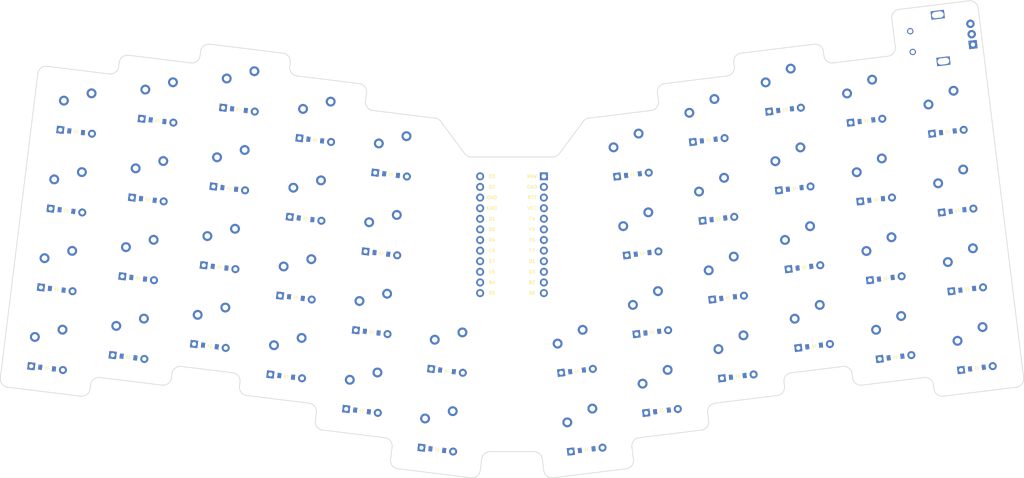
<source format=kicad_pcb>
(kicad_pcb (version 20240108) (generator "pcbnew") (generator_version "8.0")
  (title_block (title "niu") (rev "v1.0.0") (company "Unknown"))
  (layers (0 "F.Cu" signal) (31 "B.Cu" signal) (34 "B.Paste" user) (35 "F.Paste" user) (36 "B.SilkS" user "B.Silkscreen") (37 "F.SilkS" user "F.Silkscreen") (38 "B.Mask" user) (39 "F.Mask" user) (44 "Edge.Cuts" user))
  (net 0 "")
  (net 1 "pinky_bottom")
  (net 2 "D1")
  (net 3 "pinky_lower")
  (net 4 "pinky_home")
  (net 5 "pinky_top")
  (net 6 "ring_bottom")
  (net 7 "D0")
  (net 8 "ring_lower")
  (net 9 "ring_home")
  (net 10 "ring_top")
  (net 11 "middle_bottom")
  (net 12 "D4")
  (net 13 "middle_lower")
  (net 14 "middle_home")
  (net 15 "middle_top")
  (net 16 "index_bottom")
  (net 17 "C6")
  (net 18 "index_lower")
  (net 19 "index_home")
  (net 20 "index_top")
  (net 21 "inner_bottom")
  (net 22 "D7")
  (net 23 "inner_lower")
  (net 24 "inner_home")
  (net 25 "inner_top")
  (net 26 "thumb_bottom")
  (net 27 "B5")
  (net 28 "thumb_lower")
  (net 29 "mirror_pinky_bottom")
  (net 30 "F4")
  (net 31 "mirror_pinky_lower")
  (net 32 "mirror_pinky_home")
  (net 33 "mirror_pinky_top")
  (net 34 "mirror_ring_bottom")
  (net 35 "F5")
  (net 36 "mirror_ring_lower")
  (net 37 "mirror_ring_home")
  (net 38 "mirror_ring_top")
  (net 39 "mirror_middle_bottom")
  (net 40 "F6")
  (net 41 "mirror_middle_lower")
  (net 42 "mirror_middle_home")
  (net 43 "mirror_middle_top")
  (net 44 "mirror_index_bottom")
  (net 45 "F7")
  (net 46 "mirror_index_lower")
  (net 47 "mirror_index_home")
  (net 48 "mirror_index_top")
  (net 49 "mirror_inner_bottom")
  (net 50 "B1")
  (net 51 "mirror_inner_lower")
  (net 52 "mirror_inner_home")
  (net 53 "mirror_inner_top")
  (net 54 "mirror_thumb_bottom")
  (net 55 "mirror_thumb_lower")
  (net 56 "RAW")
  (net 57 "GND")
  (net 58 "RST")
  (net 59 "VCC")
  (net 60 "B3")
  (net 61 "B2")
  (net 62 "B6")
  (net 63 "D3")
  (net 64 "D2")
  (net 65 "E6")
  (net 66 "B4")
  (footprint "MX" (layer "F.Cu") (at 286.379797 149.682822 7)
    (property "Reference" "S31" (hide yes))
    (property "Value" "" (hide yes))
    (pad "" np_thru_hole circle (at -5.08 0) (size 1.6 1.6) (drill 1.6) (layers "*.Cu" "*.Mask"))
    (pad "" np_thru_hole circle (at 0 0) (size 3.9878 3.9878) (drill 3.9878) (layers "*.Cu" "*.Mask"))
    (pad "" np_thru_hole circle (at 5.08 0) (size 1.6 1.6) (drill 1.6) (layers "*.Cu" "*.Mask"))
    (pad "1" thru_hole circle (at 2.54 -5.08) (size 2.35 2.35) (drill 1.35) (layers "*.Cu" "*.Mask") (net 39 "mirror_middle_bottom"))
    (pad "2" thru_hole circle (at -3.81 -2.54) (size 2.35 2.35) (drill 1.35) (layers "*.Cu" "*.Mask") (net 40 "F6"))
  )
  (footprint "ComboDiode" (layer "F.Cu") (at 127.600697 119.07974 -7)
    (property "Reference" "D7" (hide yes))
    (property "Value" "" (hide yes))
    (pad "1" thru_hole rect (at -3.81 0 353) (size 1.778 1.778) (drill 0.9906) (layers "*.Cu" "*.Mask") (net 61 "B2"))
    (pad "1" smd rect (at -1.65 0 353) (size 0.9 1.2) (layers "F.Cu" "F.Paste" "F.Mask") (net 61 "B2"))
    (pad "1" smd rect (at -1.65 0 353) (size 0.9 1.2) (layers "B.Cu" "B.Paste" "B.Mask") (net 61 "B2"))
    (pad "2" smd rect (at 1.65 0 353) (size 0.9 1.2) (layers "F.Cu" "F.Paste" "F.Mask") (net 9 "ring_home"))
    (pad "2" smd rect (at 1.65 0 353) (size 0.9 1.2) (layers "B.Cu" "B.Paste" "B.Mask") (net 9 "ring_home"))
    (pad "2" thru_hole circle (at 3.81 0 353) (size 1.905 1.905) (drill 0.9906) (layers "*.Cu" "*.Mask") (net 9 "ring_home"))
  )
  (footprint "MX" (layer "F.Cu") (at 322.999726 136.118872 7)
    (property "Reference" "S24" (hide yes))
    (property "Value" "" (hide yes))
    (pad "" np_thru_hole circle (at -5.08 0) (size 1.6 1.6) (drill 1.6) (layers "*.Cu" "*.Mask"))
    (pad "" np_thru_hole circle (at 0 0) (size 3.9878 3.9878) (drill 3.9878) (layers "*.Cu" "*.Mask"))
    (pad "" np_thru_hole circle (at 5.08 0) (size 1.6 1.6) (drill 1.6) (layers "*.Cu" "*.Mask"))
    (pad "1" thru_hole circle (at 2.54 -5.08) (size 2.35 2.35) (drill 1.35) (layers "*.Cu" "*.Mask") (net 31 "mirror_pinky_lower"))
    (pad "2" thru_hole circle (at -3.81 -2.54) (size 2.35 2.35) (drill 1.35) (layers "*.Cu" "*.Mask") (net 30 "F4"))
  )
  (footprint "ComboDiode" (layer "F.Cu") (at 268.679179 161.427529 7)
    (property "Reference" "D35" (hide yes))
    (property "Value" "" (hide yes))
    (pad "1" thru_hole rect (at -3.81 0 7) (size 1.778 1.778) (drill 0.9906) (layers "*.Cu" "*.Mask") (net 65 "E6"))
    (pad "1" smd rect (at -1.65 0 7) (size 0.9 1.2) (layers "F.Cu" "F.Paste" "F.Mask") (net 65 "E6"))
    (pad "1" smd rect (at -1.65 0 7) (size 0.9 1.2) (layers "B.Cu" "B.Paste" "B.Mask") (net 65 "E6"))
    (pad "2" smd rect (at 1.65 0 7) (size 0.9 1.2) (layers "F.Cu" "F.Paste" "F.Mask") (net 44 "mirror_index_bottom"))
    (pad "2" smd rect (at 1.65 0 7) (size 0.9 1.2) (layers "B.Cu" "B.Paste" "B.Mask") (net 44 "mirror_index_bottom"))
    (pad "2" thru_hole circle (at 3.81 0 7) (size 1.905 1.905) (drill 0.9906) (layers "*.Cu" "*.Mask") (net 44 "mirror_index_bottom"))
  )
  (footprint "ComboDiode" (layer "F.Cu") (at 264.048143 123.710774 7)
    (property "Reference" "D37" (hide yes))
    (property "Value" "" (hide yes))
    (pad "1" thru_hole rect (at -3.81 0 7) (size 1.778 1.778) (drill 0.9906) (layers "*.Cu" "*.Mask") (net 61 "B2"))
    (pad "1" smd rect (at -1.65 0 7) (size 0.9 1.2) (layers "F.Cu" "F.Paste" "F.Mask") (net 61 "B2"))
    (pad "1" smd rect (at -1.65 0 7) (size 0.9 1.2) (layers "B.Cu" "B.Paste" "B.Mask") (net 61 "B2"))
    (pad "2" smd rect (at 1.65 0 7) (size 0.9 1.2) (layers "F.Cu" "F.Paste" "F.Mask") (net 47 "mirror_index_home"))
    (pad "2" smd rect (at 1.65 0 7) (size 0.9 1.2) (layers "B.Cu" "B.Paste" "B.Mask") (net 47 "mirror_index_home"))
    (pad "2" thru_hole circle (at 3.81 0 7) (size 1.905 1.905) (drill 0.9906) (layers "*.Cu" "*.Mask") (net 47 "mirror_index_home"))
  )
  (footprint "ComboDiode" (layer "F.Cu") (at 144.752902 135.290903 -7)
    (property "Reference" "D10" (hide yes))
    (property "Value" "" (hide yes))
    (pad "1" thru_hole rect (at -3.81 0 353) (size 1.778 1.778) (drill 0.9906) (layers "*.Cu" "*.Mask") (net 66 "B4"))
    (pad "1" smd rect (at -1.65 0 353) (size 0.9 1.2) (layers "F.Cu" "F.Paste" "F.Mask") (net 66 "B4"))
    (pad "1" smd rect (at -1.65 0 353) (size 0.9 1.2) (layers "B.Cu" "B.Paste" "B.Mask") (net 66 "B4"))
    (pad "2" smd rect (at 1.65 0 353) (size 0.9 1.2) (layers "F.Cu" "F.Paste" "F.Mask") (net 13 "middle_lower"))
    (pad "2" smd rect (at 1.65 0 353) (size 0.9 1.2) (layers "B.Cu" "B.Paste" "B.Mask") (net 13 "middle_lower"))
    (pad "2" thru_hole circle (at 3.81 0 353) (size 1.905 1.905) (drill 0.9906) (layers "*.Cu" "*.Mask") (net 13 "middle_lower"))
  )
  (footprint "ComboDiode" (layer "F.Cu") (at 125.285178 137.938117 -7)
    (property "Reference" "D6" (hide yes))
    (property "Value" "" (hide yes))
    (pad "1" thru_hole rect (at -3.81 0 353) (size 1.778 1.778) (drill 0.9906) (layers "*.Cu" "*.Mask") (net 66 "B4"))
    (pad "1" smd rect (at -1.65 0 353) (size 0.9 1.2) (layers "F.Cu" "F.Paste" "F.Mask") (net 66 "B4"))
    (pad "1" smd rect (at -1.65 0 353) (size 0.9 1.2) (layers "B.Cu" "B.Paste" "B.Mask") (net 66 "B4"))
    (pad "2" smd rect (at 1.65 0 353) (size 0.9 1.2) (layers "F.Cu" "F.Paste" "F.Mask") (net 8 "ring_lower"))
    (pad "2" smd rect (at 1.65 0 353) (size 0.9 1.2) (layers "B.Cu" "B.Paste" "B.Mask") (net 8 "ring_lower"))
    (pad "2" thru_hole circle (at 3.81 0 353) (size 1.905 1.905) (drill 0.9906) (layers "*.Cu" "*.Mask") (net 8 "ring_lower"))
  )
  (footprint "ComboDiode" (layer "F.Cu") (at 325.863655 159.443706 7)
    (property "Reference" "D23" (hide yes))
    (property "Value" "" (hide yes))
    (pad "1" thru_hole rect (at -3.81 0 7) (size 1.778 1.778) (drill 0.9906) (layers "*.Cu" "*.Mask") (net 65 "E6"))
    (pad "1" smd rect (at -1.65 0 7) (size 0.9 1.2) (layers "F.Cu" "F.Paste" "F.Mask") (net 65 "E6"))
    (pad "1" smd rect (at -1.65 0 7) (size 0.9 1.2) (layers "B.Cu" "B.Paste" "B.Mask") (net 65 "E6"))
    (pad "2" smd rect (at 1.65 0 7) (size 0.9 1.2) (layers "F.Cu" "F.Paste" "F.Mask") (net 29 "mirror_pinky_bottom"))
    (pad "2" smd rect (at 1.65 0 7) (size 0.9 1.2) (layers "B.Cu" "B.Paste" "B.Mask") (net 29 "mirror_pinky_bottom"))
    (pad "2" thru_hole circle (at 3.81 0 7) (size 1.905 1.905) (drill 0.9906) (layers "*.Cu" "*.Mask") (net 29 "mirror_pinky_bottom"))
  )
  (footprint "rotary_encoder" (layer "F.Cu") (at 317.167589 80.414418 -173)
    (property "Reference" "ROT1" (hide yes))
    (property "Value" "")
    (pad "" thru_hole rect (at 0 -5.61 187) (size 3.2 2) (drill oval 2.8 1.5) (layers "*.Cu" "*.Mask"))
    (pad "" thru_hole rect (at 0 5.59 187) (size 3.2 2) (drill oval 2.8 1.5) (layers "*.Cu" "*.Mask"))
    (pad "1" thru_hole circle (at 7 -2.51 353) (size 1.5 1.5) (drill 1) (layers "*.Cu" "*.Mask") (net 62 "B6"))
    (pad "2" thru_hole circle (at 7 2.490002 353) (size 1.5 1.5) (drill 1) (layers "*.Cu" "*.Mask") (net 57 "GND"))
    (pad "A" thru_hole rect (at -7.5 -2.51 187) (size 2 2) (drill 1) (layers "*.Cu" "*.Mask") (net 63 "D3"))
    (pad "B" thru_hole circle (at -7.5 2.49 353) (size 2 2) (drill 1) (layers "*.Cu" "*.Mask") (net 64 "D2"))
    (pad "C" thru_hole circle (at -7.5 -0.009999 353) (size 2 2) (drill 1) (layers "*.Cu" "*.Mask") (net 57 "GND"))
  )
  (footprint "MountingHole_2.2mm_M2" (layer "F.Cu") (at 248.845846 155.802677 7)
    (property "Reference" "" (at 0 0 7) (layer "F.SilkS") (effects (font (size 1.27 1.27))))
    (property "Value" "")
    (pad "" np_thru_hole circle (at 0 0) (size 2.2 2.2) (drill 2.2) (layers "*.Cu" "*.Mask"))
  )
  (footprint "MountingHole_3.2mm_M3" (layer "F.Cu") (at 231.347893 129.237125 7)
    (property "Reference" "" (at 0 0 7) (layer "F.SilkS") (effects (font (size 1.27 1.27))))
    (property "Value" "")
    (pad "" np_thru_hole circle (at 0 0) (size 3.2 3.2) (drill 3.2) (layers "*.Cu" "*.Mask"))
  )
  (footprint "ComboDiode" (layer "F.Cu") (at 248.2365 150.839946 7)
    (property "Reference" "D40" (hide yes))
    (property "Value" "" (hide yes))
    (pad "1" thru_hole rect (at -3.81 0 7) (size 1.778 1.778) (drill 0.9906) (layers "*.Cu" "*.Mask") (net 66 "B4"))
    (pad "1" smd rect (at -1.65 0 7) (size 0.9 1.2) (layers "F.Cu" "F.Paste" "F.Mask") (net 66 "B4"))
    (pad "1" smd rect (at -1.65 0 7) (size 0.9 1.2) (layers "B.Cu" "B.Paste" "B.Mask") (net 66 "B4"))
    (pad "2" smd rect (at 1.65 0 7) (size 0.9 1.2) (layers "F.Cu" "F.Paste" "F.Mask") (net 51 "mirror_inner_lower"))
    (pad "2" smd rect (at 1.65 0 7) (size 0.9 1.2) (layers "B.Cu" "B.Paste" "B.Mask") (net 51 "mirror_inner_lower"))
    (pad "2" thru_hole circle (at 3.81 0 7) (size 1.905 1.905) (drill 0.9906) (layers "*.Cu" "*.Mask") (net 51 "mirror_inner_lower"))
  )
  (footprint "MX" (layer "F.Cu") (at 165.865861 119.244316 -7)
    (property "Reference" "S15" (hide yes))
    (property "Value" "" (hide yes))
    (pad "" np_thru_hole circle (at -5.08 0) (size 1.6 1.6) (drill 1.6) (layers "*.Cu" "*.Mask"))
    (pad "" np_thru_hole circle (at 0 0) (size 3.9878 3.9878) (drill 3.9878) (layers "*.Cu" "*.Mask"))
    (pad "" np_thru_hole circle (at 5.08 0) (size 1.6 1.6) (drill 1.6) (layers "*.Cu" "*.Mask"))
    (pad "1" thru_hole circle (at 2.54 -5.08) (size 2.35 2.35) (drill 1.35) (layers "*.Cu" "*.Mask") (net 19 "index_home"))
    (pad "2" thru_hole circle (at -3.81 -2.54) (size 2.35 2.35) (drill 1.35) (layers "*.Cu" "*.Mask") (net 17 "C6"))
  )
  (footprint "ComboDiode" (layer "F.Cu") (at 142.437384 154.14928 -7)
    (property "Reference" "D9" (hide yes))
    (property "Value" "" (hide yes))
    (pad "1" thru_hole rect (at -3.81 0 353) (size 1.778 1.778) (drill 0.9906) (layers "*.Cu" "*.Mask") (net 65 "E6"))
    (pad "1" smd rect (at -1.65 0 353) (size 0.9 1.2) (layers "F.Cu" "F.Paste" "F.Mask") (net 65 "E6"))
    (pad "1" smd rect (at -1.65 0 353) (size 0.9 1.2) (layers "B.Cu" "B.Paste" "B.Mask") (net 65 "E6"))
    (pad "2" smd rect (at 1.65 0 353) (size 0.9 1.2) (layers "F.Cu" "F.Paste" "F.Mask") (net 11 "middle_bottom"))
    (pad "2" smd rect (at 1.65 0 353) (size 0.9 1.2) (layers "B.Cu" "B.Paste" "B.Mask") (net 11 "middle_bottom"))
    (pad "2" thru_hole circle (at 3.81 0 353) (size 1.905 1.905) (drill 0.9906) (layers "*.Cu" "*.Mask") (net 11 "middle_bottom"))
  )
  (footprint "ProMicro" (layer "F.Cu") (at 214.682797 127.515111 -90)
    (property "Reference" "MCU1" (hide yes))
    (property "Value" "" (hide yes))
    (fp_text user "GND" (at -8.89 4.8 360) (layer "F.SilkS") (effects (font (size 0.8 0.8))))
    (fp_text user "B2" (at 11.43 -4.8 360) (layer "F.SilkS") (effects (font (size 0.8 0.8))))
    (fp_text user "D7" (at 6.35 4.8 360) (layer "F.SilkS") (effects (font (size 0.8 0.8))))
    (fp_text user "D1" (at -3.81 4.8 360) (layer "F.SilkS") (effects (font (size 0.8 0.8))))
    (fp_text user "RAW" (at -13.97 -4.8 360) (layer "F.SilkS") (effects (font (size 0.8 0.8))))
    (fp_text user "D3" (at -13.97 4.8 360) (layer "F.SilkS") (effects (font (size 0.8 0.8))))
    (fp_text user "C6" (at 3.81 4.8 360) (layer "F.SilkS") (effects (font (size 0.8 0.8))))
    (fp_text user "B5" (at 13.97 4.8 360) (layer "F.SilkS") (effects (font (size 0.8 0.8))))
    (fp_text user "F4" (at -3.81 -4.8 360) (layer "F.SilkS") (effects (font (size 0.8 0.8))))
    (fp_text user "D4" (at 1.27 4.8 360) (layer "F.SilkS") (effects (font (size 0.8 0.8))))
    (fp_text user "D2" (at -11.43 4.8 360) (layer "F.SilkS") (effects (font (size 0.8 0.8))))
    (fp_text user "VCC" (at -6.35 -4.8 360) (layer "F.SilkS") (effects (font (size 0.8 0.8))))
    (fp_text user "B3" (at 8.89 -4.8 360) (layer "F.SilkS") (effects (font (size 0.8 0.8))))
    (fp_text user "F5" (at -1.27 -4.8 360) (layer "F.SilkS") (effects (font (size 0.8 0.8))))
    (fp_text user "F7" (at 3.81 -4.8 360) (layer "F.SilkS") (effects (font (size 0.8 0.8))))
    (fp_text user "D0" (at -1.27 4.799999 360) (layer "F.SilkS") (effects (font (size 0.8 0.8))))
    (fp_text user "B1" (at 6.35 -4.8 360) (layer "F.SilkS") (effects (font (size 0.8 0.8))))
    (fp_text user "B6" (at 13.97 -4.8 360) (layer "F.SilkS") (effects (font (size 0.8 0.8))))
    (fp_text user "B4" (at 11.43 4.8 360) (layer "F.SilkS") (effects (font (size 0.8 0.8))))
    (fp_text user "F6" (at 1.27 -4.799999 360) (layer "F.SilkS") (effects (font (size 0.8 0.8))))
    (fp_text user "GND" (at -11.43 -4.8 360) (layer "F.SilkS") (effects (font (size 0.8 0.8))))
    (fp_text user "RST" (at -8.89 -4.8 360) (layer "F.SilkS") (effects (font (size 0.8 0.8))))
    (fp_text user "GND" (at -6.35 4.8 360) (layer "F.SilkS") (effects (font (size 0.8 0.8))))
    (fp_text user "E6" (at 8.89 4.8 360) (layer "F.SilkS") (effects (font (size 0.8 0.8))))
    (pad "1" thru_hole rect (at -13.97 -7.62 270) (size 1.9 1.9) (drill 1.0922) (layers "*.Cu" "*.Mask") (net 56 "RAW"))
    (pad "2" thru_hole circle (at -11.43 -7.62) (size 1.9 1.9) (drill 1.0922) (layers "*.Cu" "*.Mask") (net 57 "GND"))
    (pad "3" thru_hole circle (at -8.89 -7.62) (size 1.9 1.9) (drill 1.0922) (layers "*.Cu" "*.Mask") (net 58 "RST"))
    (pad "4" thru_hole circle (at -6.35 -7.62) (size 1.9 1.9) (drill 1.0922) (layers "*.Cu" "*.Mask") (net 59 "VCC"))
    (pad "5" thru_hole circle (at -3.81 -7.62) (size 1.9 1.9) (drill 1.0922) (layers "*.Cu" "*.Mask") (net 30 "F4"))
    (pad "6" thru_hole circle (at -1.27 -7.62) (size 1.9 1.9) (drill 1.0922) (layers "*.Cu" "*.Mask") (net 35 "F5"))
    (pad "7" thru_hole circle (at 1.27 -7.62) (size 1.9 1.9) (drill 1.0922) (layers "*.Cu" "*.Mask") (net 40 "F6"))
    (pad "8" thru_hole circle (at 3.81 -7.619999) (size 1.9 1.9) (drill 1.0922) (layers "*.Cu" "*.Mask") (net 45 "F7"))
    (pad "9" thru_hole circle (at 6.35 -7.62) (size 1.9 1.9) (drill 1.0922) (layers "*.Cu" "*.Mask") (net 50 "B1"))
    (pad "10" thru_hole circle (at 8.89 -7.62) (size 1.9 1.9) (drill 1.0922) (layers "*.Cu" "*.Mask") (net 60 "B3"))
    (pad "11" thru_hole circle (at 11.43 -7.62) (size 1.9 1.9) (drill 1.0922) (layers "*.Cu" "*.Mask") (net 61 "B2"))
    (pad "12" thru_hole circle (at 13.97 -7.62) (size 1.9 1.9) (drill 1.0922) (layers "*.Cu" "*.Mask") (net 62 "B6"))
    (pad "13" thru_hole circle (at -13.97 7.62) (size 1.9 1.9) (drill 1.0922) (layers "*.Cu" "*.Mask") (net 63 "D3"))
    (pad "14" thru_hole circle (at -11.43 7.62) (size 1.9 1.9) (drill 1.0922) (layers "*.Cu" "*.Mask") (net 64 "D2"))
    (pad "15" thru_hole circle (at -8.89 7.62) (size 1.9 1.9) (drill 1.0922) (layers "*.Cu" "*.Mask") (net 57 "GND"))
    (pad "16" thru_hole circle (at -6.35 7.62) (size 1.9 1.9) (drill 1.0922) (layers "*.Cu" "*.Mask") (net 57 "GND"))
    (pad "17" thru_hole circle (at -3.81 7.619999) (size 1.9 1.9) (drill 1.0922) (layers "*.Cu" "*.Mask") (net 2 "D1"))
    (pad "18" thru_hole circle (at -1.27 7.62) (size 1.9 1.9) (drill 1.0922) (layers "*.Cu" "*.Mask") (net 7 "D0"))
    (pad "19" thru_hole circle (at 1.27 7.62) (size 1.9 1.9) (drill 1.0922) (layers "*.Cu" "*.Mask") (net 12 "D4"))
    (pad "20" thru_hole circle (at 3.81 7.62) (size 1.9 1.9) (drill 1.0922) (layers "*.Cu" "*.Mask") (net 17 "C6"))
    (pad "21" thru_hole circle (at 6.35 7.62) (size 1.9 1.9) (drill 1.0922) (layers "*.Cu" "*.Mask") (net 22 "D7"))
    (pad "22" thru_hole circle (at 8.89 7.62) (size 1.9 1.9) (drill 1.0922) (layers "*.Cu" "*.Mask") (net 65 "E6"))
    (pad "23" thru_hole circle (at 11.43 7.62) (size 1.9 1.9) (drill 1.0922) (layers "*.Cu" "*.Mask") (net 66 "B4"))
    (pad "24" thru_hole circle (at 13.97 7.62) (size 1.9 1.9) (drill 1.0922) (layers "*.Cu" "*.Mask") (net 27 "B5"))
  )
  (footprint "MX" (layer "F.Cu") (at 161.234826 156.961071 -7)
    (property "Reference" "S13" (hide yes))
    (property "Value" "" (hide yes))
    (pad "" np_thru_hole circle (at -5.08 0) (size 1.6 1.6) (drill 1.6) (layers "*.Cu" "*.Mask"))
    (pad "" np_thru_hole circle (at 0 0) (size 3.9878 3.9878) (drill 3.9878) (layers "*.Cu" "*.Mask"))
    (pad "" np_thru_hole circle (at 5.08 0) (size 1.6 1.6) (drill 1.6) (layers "*.Cu" "*.Mask"))
    (pad "1" thru_hole circle (at 2.54 -5.08) (size 2.35 2.35) (drill 1.35) (layers "*.Cu" "*.Mask") (net 16 "index_bottom"))
    (pad "2" thru_hole circle (at -3.81 -2.54) (size 2.35 2.35) (drill 1.35) (layers "*.Cu" "*.Mask") (net 17 "C6"))
  )
  (footprint "ComboDiode" (layer "F.Cu") (at 108.132972 121.726953 -7)
    (property "Reference" "D3" (hide yes))
    (property "Value" "" (hide yes))
    (pad "1" thru_hole rect (at -3.81 0 353) (size 1.778 1.778) (drill 0.9906) (layers "*.Cu" "*.Mask") (net 61 "B2"))
    (pad "1" smd rect (at -1.65 0 353) (size 0.9 1.2) (layers "F.Cu" "F.Paste" "F.Mask") (net 61 "B2"))
    (pad "1" smd rect (at -1.65 0 353) (size 0.9 1.2) (layers "B.Cu" "B.Paste" "B.Mask") (net 61 "B2"))
    (pad "2" smd rect (at 1.65 0 353) (size 0.9 1.2) (layers "F.Cu" "F.Paste" "F.Mask") (net 4 "pinky_home"))
    (pad "2" smd rect (at 1.65 0 353) (size 0.9 1.2) (layers "B.Cu" "B.Paste" "B.Mask") (net 4 "pinky_home"))
    (pad "2" thru_hole circle (at 3.81 0 353) (size 1.905 1.905) (drill 0.9906) (layers "*.Cu" "*.Mask") (net 4 "pinky_home"))
  )
  (footprint "ComboDiode" (layer "F.Cu") (at 181.129094 150.839945 -7)
    (property "Reference" "D18" (hide yes))
    (property "Value" "" (hide yes))
    (pad "1" thru_hole rect (at -3.81 0 353) (size 1.778 1.778) (drill 0.9906) (layers "*.Cu" "*.Mask") (net 66 "B4"))
    (pad "1" smd rect (at -1.65 0 353) (size 0.9 1.2) (layers "F.Cu" "F.Paste" "F.Mask") (net 66 "B4"))
    (pad "1" smd rect (at -1.65 0 353) (size 0.9 1.2) (layers "B.Cu" "B.Paste" "B.Mask") (net 66 "B4"))
    (pad "2" smd rect (at 1.65 0 353) (size 0.9 1.2) (layers "F.Cu" "F.Paste" "F.Mask") (net 23 "inner_lower"))
    (pad "2" smd rect (at 1.65 0 353) (size 0.9 1.2) (layers "B.Cu" "B.Paste" "B.Mask") (net 23 "inner_lower"))
    (pad "2" thru_hole circle (at 3.81 0 353) (size 1.905 1.905) (drill 0.9906) (layers "*.Cu" "*.Mask") (net 23 "inner_lower"))
  )
  (footprint "ComboDiode" (layer "F.Cu") (at 306.395932 156.796494 7)
    (property "Reference" "D27" (hide yes))
    (property "Value" "" (hide yes))
    (pad "1" thru_hole rect (at -3.81 0 7) (size 1.778 1.778) (drill 0.9906) (layers "*.Cu" "*.Mask") (net 65 "E6"))
    (pad "1" smd rect (at -1.65 0 7) (size 0.9 1.2) (layers "F.Cu" "F.Paste" "F.Mask") (net 65 "E6"))
    (pad "1" smd rect (at -1.65 0 7) (size 0.9 1.2) (layers "B.Cu" "B.Paste" "B.Mask") (net 65 "E6"))
    (pad "2" smd rect (at 1.65 0 7) (size 0.9 1.2) (layers "F.Cu" "F.Paste" "F.Mask") (net 34 "mirror_ring_bottom"))
    (pad "2" smd rect (at 1.65 0 7) (size 0.9 1.2) (layers "B.Cu" "B.Paste" "B.Mask") (net 34 "mirror_ring_bottom"))
    (pad "2" thru_hole circle (at 3.81 0 7) (size 1.905 1.905) (drill 0.9906) (layers "*.Cu" "*.Mask") (net 34 "mirror_ring_bottom"))
  )
  (footprint "ComboDiode" (layer "F.Cu") (at 261.732626 104.852398 7)
    (property "Reference" "D38" (hide yes))
    (property "Value" "" (hide yes))
    (pad "1" thru_hole rect (at -3.81 0 7) (size 1.778 1.778) (drill 0.9906) (layers "*.Cu" "*.Mask") (net 60 "B3"))
    (pad "1" smd rect (at -1.65 0 7) (size 0.9 1.2) (layers "F.Cu" "F.Paste" "F.Mask") (net 60 "B3"))
    (pad "1" smd rect (at -1.65 0 7) (size 0.9 1.2) (layers "B.Cu" "B.Paste" "B.Mask") (net 60 "B3"))
    (pad "2" smd rect (at 1.65 0 7) (size 0.9 1.2) (layers "F.Cu" "F.Paste" "F.Mask") (net 48 "mirror_index_top"))
    (pad "2" smd rect (at 1.65 0 7) (size 0.9 1.2) (layers "B.Cu" "B.Paste" "B.Mask") (net 48 "mirror_index_top"))
    (pad "2" thru_hole circle (at 3.81 0 7) (size 1.905 1.905) (drill 0.9906) (layers "*.Cu" "*.Mask") (net 48 "mirror_index_top"))
  )
  (footprint "MountingHole_2.2mm_M2" (layer "F.Cu") (at 324.157485 145.548061 7)
    (property "Reference" "" (at 0 0 7) (layer "F.SilkS") (effects (font (size 1.27 1.27))))
    (property "Value" "")
    (pad "" np_thru_hole circle (at 0 0) (size 2.2 2.2) (drill 2.2) (layers "*.Cu" "*.Mask"))
  )
  (footprint "MountingHole_2.2mm_M2" (layer "F.Cu") (at 285.222038 140.253634 7)
    (property "Reference" "" (at 0 0 7) (layer "F.SilkS") (effects (font (size 1.27 1.27))))
    (property "Value" "")
    (pad "" np_thru_hole circle (at 0 0) (size 2.2 2.2) (drill 2.2) (layers "*.Cu" "*.Mask"))
  )
  (footprint "ComboDiode" (layer "F.Cu") (at 183.44461 131.981569 -7)
    (property "Reference" "D19" (hide yes))
    (property "Value" "" (hide yes))
    (pad "1" thru_hole rect (at -3.81 0 353) (size 1.778 1.778) (drill 0.9906) (layers "*.Cu" "*.Mask") (net 61 "B2"))
    (pad "1" smd rect (at -1.65 0 353) (size 0.9 1.2) (layers "F.Cu" "F.Paste" "F.Mask") (net 61 "B2"))
    (pad "1" smd rect (at -1.65 0 353) (size 0.9 1.2) (layers "B.Cu" "B.Paste" "B.Mask") (net 61 "B2"))
    (pad "2" smd rect (at 1.65 0 353) (size 0.9 1.2) (layers "F.Cu" "F.Paste" "F.Mask") (net 24 "inner_home"))
    (pad "2" smd rect (at 1.65 0 353) (size 0.9 1.2) (layers "B.Cu" "B.Paste" "B.Mask") (net 24 "inner_home"))
    (pad "2" thru_hole circle (at 3.81 0 353) (size 1.905 1.905) (drill 0.9906) (layers "*.Cu" "*.Mask") (net 24 "inner_home"))
  )
  (footprint "ComboDiode" (layer "F.Cu") (at 105.817456 140.58533 -7)
    (property "Reference" "D2" (hide yes))
    (property "Value" "" (hide yes))
    (pad "1" thru_hole rect (at -3.81 0 353) (size 1.778 1.778) (drill 0.9906) (layers "*.Cu" "*.Mask") (net 66 "B4"))
    (pad "1" smd rect (at -1.65 0 353) (size 0.9 1.2) (layers "F.Cu" "F.Paste" "F.Mask") (net 66 "B4"))
    (pad "1" smd rect (at -1.65 0 353) (size 0.9 1.2) (layers "B.Cu" "B.Paste" "B.Mask") (net 66 "B4"))
    (pad "2" smd rect (at 1.65 0 353) (size 0.9 1.2) (layers "F.Cu" "F.Paste" "F.Mask") (net 3 "pinky_lower"))
    (pad "2" smd rect (at 1.65 0 353) (size 0.9 1.2) (layers "B.Cu" "B.Paste" "B.Mask") (net 3 "pinky_lower"))
    (pad "2" thru_hole circle (at 3.81 0 353) (size 1.905 1.905) (drill 0.9906) (layers "*.Cu" "*.Mask") (net 3 "pinky_lower"))
  )
  (footprint "MX" (layer "F.Cu") (at 130.464626 95.754905 -7)
    (property "Reference" "S8" (hide yes))
    (property "Value" "" (hide yes))
    (pad "" np_thru_hole circle (at -5.08 0) (size 1.6 1.6) (drill 1.6) (layers "*.Cu" "*.Mask"))
    (pad "" np_thru_hole circle (at 0 0) (size 3.9878 3.9878) (drill 3.9878) (layers "*.Cu" "*.Mask"))
    (pad "" np_thru_hole circle (at 5.08 0) (size 1.6 1.6) (drill 1.6) (layers "*.Cu" "*.Mask"))
    (pad "1" thru_hole circle (at 2.54 -5.08) (size 2.35 2.35) (drill 1.35) (layers "*.Cu" "*.Mask") (net 10 "ring_top"))
    (pad "2" thru_hole circle (at -3.81 -2.54) (size 2.35 2.35) (drill 1.35) (layers "*.Cu" "*.Mask") (net 7 "D0"))
  )
  (footprint "MountingHole_3.2mm_M3" (layer "F.Cu") (at 198.017699 129.237125 -7)
    (property "Reference" "" (at 0 0 173) (layer "F.SilkS") (effects (font (size 1.27 1.27))))
    (property "Value" "")
    (pad "" np_thru_hole circle (at 0 0) (size 3.2 3.2) (drill 3.2) (layers "*.Cu" "*.Mask"))
  )
  (footprint "MX" (layer "F.Cu") (at 168.18138 100.38594 -7)
    (property "Reference" "S16" (hide yes))
    (property "Value" "" (hide yes))
    (pad "" np_thru_hole circle (at -5.08 0) (size 1.6 1.6) (drill 1.6) (layers "*.Cu" "*.Mask"))
    (pad "" np_thru_hole circle (at 0 0) (size 3.9878 3.9878) (drill 3.9878) (layers "*.Cu" "*.Mask"))
    (pad "" np_thru_hole circle (at 5.08 0) (size 1.6 1.6) (drill 1.6) (layers "*.Cu" "*.Mask"))
    (pad "1" thru_hole circle (at 2.54 -5.08) (size 2.35 2.35) (drill 1.35) (layers "*.Cu" "*.Mask") (net 20 "index_top"))
    (pad "2" thru_hole circle (at -3.81 -2.54) (size 2.35 2.35) (drill 1.35) (layers "*.Cu" "*.Mask") (net 17 "C6"))
  )
  (footprint "ComboDiode" (layer "F.Cu") (at 284.612691 135.290903 7)
    (property "Reference" "D32" (hide yes))
    (property "Value" "" (hide yes))
    (pad "1" thru_hole rect (at -3.81 0 7) (size 1.778 1.778) (drill 0.9906) (layers "*.Cu" "*.Mask") (net 66 "B4"))
    (pad "1" smd rect (at -1.65 0 7) (size 0.9 1.2) (layers "F.Cu" "F.Paste" "F.Mask") (net 66 "B4"))
    (pad "1" smd rect (at -1.65 0 7) (size 0.9 1.2) (layers "B.Cu" "B.Paste" "B.Mask") (net 66 "B4"))
    (pad "2" smd rect (at 1.65 0 7) (size 0.9 1.2) (layers "F.Cu" "F.Paste" "F.Mask") (net 41 "mirror_middle_lower"))
    (pad "2" smd rect (at 1.65 0 7) (size 0.9 1.2) (layers "B.Cu" "B.Paste" "B.Mask") (net 41 "mirror_middle_lower"))
    (pad "2" thru_hole circle (at 3.81 0 7) (size 1.905 1.905) (drill 0.9906) (layers "*.Cu" "*.Mask") (net 41 "mirror_middle_lower"))
  )
  (footprint "MX" (layer "F.Cu") (at 279.433244 93.107692 7)
    (property "Reference" "S34" (hide yes))
    (property "Value" "" (hide yes))
    (pad "" np_thru_hole circle (at -5.08 0) (size 1.6 1.6) (drill 1.6) (layers "*.Cu" "*.Mask"))
    (pad "" np_thru_hole circle (at 0 0) (size 3.9878 3.9878) (drill 3.9878) (layers "*.Cu" "*.Mask"))
    (pad "" np_thru_hole circle (at 5.08 0) (size 1.6 1.6) (drill 1.6) (layers "*.Cu" "*.Mask"))
    (pad "1" thru_hole circle (at 2.54 -5.08) (size 2.35 2.35) (drill 1.35) (layers "*.Cu" "*.Mask") (net 43 "mirror_middle_top"))
    (pad "2" thru_hole circle (at -3.81 -2.54) (size 2.35 2.35) (drill 1.35) (layers "*.Cu" "*.Mask") (net 40 "F6"))
  )
  (footprint "MountingHole_2.2mm_M2" (layer "F.Cu") (at 109.839144 107.831307 -7)
    (property "Reference" "" (at 0 0 173) (layer "F.SilkS") (effects (font (size 1.27 1.27))))
    (property "Value" "")
    (pad "" np_thru_hole circle (at 0 0) (size 2.2 2.2) (drill 2.2) (layers "*.Cu" "*.Mask"))
  )
  (footprint "ComboDiode" (layer "F.Cu") (at 178.813575 169.698322 -7)
    (property "Reference" "D17" (hide yes))
    (property "Value" "" (hide yes))
    (pad "1" thru_hole rect (at -3.81 0 353) (size 1.778 1.778) (drill 0.9906) (layers "*.Cu" "*.Mask") (net 65 "E6"))
    (pad "1" smd rect (at -1.65 0 353) (size 0.9 1.2) (layers "F.Cu" "F.Paste" "F.Mask") (net 65 "E6"))
    (pad "1" smd rect (at -1.65 0 353) (size 0.9 1.2) (layers "B.Cu" "B.Paste" "B.Mask") (net 65 "E6"))
    (pad "2" smd rect (at 1.65 0 353) (size 0.9 1.2) (layers "F.Cu" "F.Paste" "F.Mask") (net 21 "inner_bottom"))
    (pad "2" smd rect (at 1.65 0 353) (size 0.9 1.2) (layers "B.Cu" "B.Paste" "B.Mask") (net 21 "inner_bottom"))
    (pad "2" thru_hole circle (at 3.81 0 353) (size 1.905 1.905) (drill 0.9906) (layers "*.Cu" "*.Mask") (net 21 "inner_bottom"))
  )
  (footprint "MX" (layer "F.Cu") (at 284.064279 130.824446 7)
    (property "Reference" "S32" (hide yes))
    (property "Value" "" (hide yes))
    (pad "" np_thru_hole circle (at -5.08 0) (size 1.6 1.6) (drill 1.6) (layers "*.Cu" "*.Mask"))
    (pad "" np_thru_hole circle (at 0 0) (size 3.9878 3.9878) (drill 3.9878) (layers "*.Cu" "*.Mask"))
    (pad "" np_thru_hole circle (at 5.08 0) (size 1.6 1.6) (drill 1.6) (layers "*.Cu" "*.Mask"))
    (pad "1" thru_hole circle (at 2.54 -5.08) (size 2.35 2.35) (drill 1.35) (layers "*.Cu" "*.Mask") (net 41 "mirror_middle_lower"))
    (pad "2" thru_hole circle (at -3.81 -2.54) (size 2.35 2.35) (drill 1.35) (layers "*.Cu" "*.Mask") (net 40 "F6"))
  )
  (footprint "MX" (layer "F.Cu") (at 229.682797 155.636829 7)
    (property "Reference" "S44" (hide yes))
    (property "Value" "" (hide yes))
    (pad "" np_thru_hole circle (at -5.08 0) (size 1.6 1.6) (drill 1.6) (layers "*.Cu" "*.Mask"))
    (pad "" np_thru_hole circle (at 0 0) (size 3.9878 3.9878) (drill 3.9878) (layers "*.Cu" "*.Mask"))
    (pad "" np_thru_hole circle (at 5.08 0) (size 1.6 1.6) (drill 1.6) (layers "*.Cu" "*.Mask"))
    (pad "1" thru_hole circle (at 2.54 -5.08) (size 2.35 2.35) (drill 1.35) (layers "*.Cu" "*.Mask") (net 55 "mirror_thumb_lower"))
    (pad "2" thru_hole circle (at -3.81 -2.54) (size 2.35 2.35) (drill 1.35) (layers "*.Cu" "*.Mask") (net 27 "B5"))
  )
  (footprint "ComboDiode" (layer "F.Cu") (at 129.916213 100.221363 -7)
    (property "Reference" "D8" (hide yes))
    (property "Value" "" (hide yes))
    (pad "1" thru_hole rect (at -3.81 0 353) (size 1.778 1.778) (drill 0.9906) (layers "*.Cu" "*.Mask") (net 60 "B3"))
    (pad "1" smd rect (at -1.65 0 353) (size 0.9 1.2) (layers "F.Cu" "F.Paste" "F.Mask") (net 60 "B3"))
    (pad "1" smd rect (at -1.65 0 353) (size 0.9 1.2) (layers "B.Cu" "B.Paste" "B.Mask") (net 60 "B3"))
    (pad "2" smd rect (at 1.65 0 353) (size 0.9 1.2) (layers "F.Cu" "F.Paste" "F.Mask") (net 10 "ring_top"))
    (pad "2" smd rect (at 1.65 0 353) (size 0.9 1.2) (layers "B.Cu" "B.Paste" "B.Mask") (net 10 "ring_top"))
    (pad "2" thru_hole circle (at 3.81 0 353) (size 1.905 1.905) (drill 0.9906) (layers "*.Cu" "*.Mask") (net 10 "ring_top"))
  )
  (footprint "MX" (layer "F.Cu") (at 301.216485 114.613282 7)
    (property "Reference" "S29" (hide yes))
    (property "Value" "" (hide yes))
    (pad "" np_thru_hole circle (at -5.08 0) (size 1.6 1.6) (drill 1.6) (layers "*.Cu" "*.Mask"))
    (pad "" np_thru_hole circle (at 0 0) (size 3.9878 3.9878) (drill 3.9878) (layers "*.Cu" "*.Mask"))
    (pad "" np_thru_hole circle (at 5.08 0) (size 1.6 1.6) (drill 1.6) (layers "*.Cu" "*.Mask"))
    (pad "1" thru_hole circle (at 2.54 -5.08) (size 2.35 2.35) (drill 1.35) (layers "*.Cu" "*.Mask") (net 37 "mirror_ring_home"))
    (pad "2" thru_hole circle (at -3.81 -2.54) (size 2.35 2.35) (drill 1.35) (layers "*.Cu" "*.Mask") (net 35 "F5"))
  )
  (footprint "MountingHole_2.2mm_M2" (layer "F.Cu") (at 180.519746 155.802676 -7)
    (property "Reference" "" (at 0 0 173) (layer "F.SilkS") (effects (font (size 1.27 1.27))))
    (property "Value" "")
    (pad "" np_thru_hole circle (at 0 0) (size 2.2 2.2) (drill 2.2) (layers "*.Cu" "*.Mask"))
  )
  (footprint "ComboDiode" (layer "F.Cu") (at 185.760129 113.123192 -7)
    (property "Reference" "D20" (hide yes))
    (property "Value" "" (hide yes))
    (pad "1" thru_hole rect (at -3.81 0 353) (size 1.778 1.778) (drill 0.9906) (layers "*.Cu" "*.Mask") (net 60 "B3"))
    (pad "1" smd rect (at -1.65 0 353) (size 0.9 1.2) (layers "F.Cu" "F.Paste" "F.Mask") (net 60 "B3"))
    (pad "1" smd rect (at -1.65 0 353) (size 0.9 1.2) (layers "B.Cu" "B.Paste" "B.Mask") (net 60 "B3"))
    (pad "2" smd rect (at 1.65 0 353) (size 0.9 1.2) (layers "F.Cu" "F.Paste" "F.Mask") (net 25 "inner_top"))
    (pad "2" smd rect (at 1.65 0 353) (size 0.9 1.2) (layers "B.Cu" "B.Paste" "B.Mask") (net 25 "inner_top"))
    (pad "2" thru_hole circle (at 3.81 0 353) (size 1.905 1.905) (drill 0.9906) (layers "*.Cu" "*.Mask") (net 25 "inner_top"))
  )
  (footprint "ComboDiode" (layer "F.Cu") (at 301.764897 119.079739 7)
    (property "Reference" "D29" (hide yes))
    (property "Value" "" (hide yes))
    (pad "1" thru_hole rect (at -3.81 0 7) (size 1.778 1.778) (drill 0.9906) (layers "*.Cu" "*.Mask") (net 61 "B2"))
    (pad "1" smd rect (at -1.65 0 7) (size 0.9 1.2) (layers "F.Cu" "F.Paste" "F.Mask") (net 61 "B2"))
    (pad "1" smd rect (at -1.65 0 7) (size 0.9 1.2) (layers "B.Cu" "B.Paste" "B.Mask") (net 61 "B2"))
    (pad "2" smd rect (at 1.65 0 7) (size 0.9 1.2) (layers "F.Cu" "F.Paste" "F.Mask") (net 37 "mirror_ring_home"))
    (pad "2" smd rect (at 1.65 0 7) (size 0.9 1.2) (layers "B.Cu" "B.Paste" "B.Mask") (net 37 "mirror_ring_home"))
    (pad "2" thru_hole circle (at 3.81 0 7) (size 1.905 1.905) (drill 0.9906) (layers "*.Cu" "*.Mask") (net 37 "mirror_ring_home"))
  )
  (footprint "ComboDiode" (layer "F.Cu") (at 323.548138 140.585329 7)
    (property "Reference" "D24" (hide yes))
    (property "Value" "" (hide yes))
    (pad "1" thru_hole rect (at -3.81 0 7) (size 1.778 1.778) (drill 0.9906) (layers "*.Cu" "*.Mask") (net 66 "B4"))
    (pad "1" smd rect (at -1.65 0 7) (size 0.9 1.2) (layers "F.Cu" "F.Paste" "F.Mask") (net 66 "B4"))
    (pad "1" smd rect (at -1.65 0 7) (size 0.9 1.2) (layers "B.Cu" "B.Paste" "B.Mask") (net 66 "B4"))
    (pad "2" smd rect (at 1.65 0 7) (size 0.9 1.2) (layers "F.Cu" "F.Paste" "F.Mask") (net 31 "mirror_pinky_lower"))
    (pad "2" smd rect (at 1.65 0 7) (size 0.9 1.2) (layers "B.Cu" "B.Paste" "B.Mask") (net 31 "mirror_pinky_lower"))
    (pad "2" thru_hole circle (at 3.81 0 7) (size 1.905 1.905) (drill 0.9906) (layers "*.Cu" "*.Mask") (net 31 "mirror_pinky_lower"))
  )
  (footprint "MountingHole_2.2mm_M2" (layer "F.Cu") (at 319.52645 107.831306 7)
    (property "Reference" "" (at 0 0 7) (layer "F.SilkS") (effects (font (size 1.27 1.27))))
    (property "Value" "")
    (pad "" np_thru_hole circle (at 0 0) (size 2.2 2.2) (drill 2.2) (layers "*.Cu" "*.Mask"))
  )
  (footprint "MX" (layer "F.Cu") (at 245.372571 127.515111 7)
    (property "Reference" "S41" (hide yes))
    (property "Value" "" (hide yes))
    (pad "" np_thru_hole circle (at -5.08 0) (size 1.6 1.6) (drill 1.6) (layers "*.Cu" "*.Mask"))
    (pad "" np_thru_hole circle (at 0 0) (size 3.9878 3.9878) (drill 3.9878) (layers "*.Cu" "*.Mask"))
    (pad "" np_thru_hole circle (at 5.08 0) (size 1.6 1.6) (drill 1.6) (layers "*.Cu" "*.Mask"))
    (pad "1" thru_hole circle (at 2.54 -5.08) (size 2.35 2.35) (drill 1.35) (layers "*.Cu" "*.Mask") (net 52 "mirror_inner_home"))
    (pad "2" thru_hole circle (at -3.81 -2.54) (size 2.35 2.35) (drill 1.35) (layers "*.Cu" "*.Mask") (net 50 "B1"))
  )
  (footprint "ComboDiode" (layer "F.Cu") (at 147.068419 116.432526 -7)
    (property "Reference" "D11" (hide yes))
    (property "Value" "" (hide yes))
    (pad "1" thru_hole rect (at -3.81 0 353) (size 1.778 1.778) (drill 0.9906) (layers "*.Cu" "*.Mask") (net 61 "B2"))
    (pad "1" smd rect (at -1.65 0 353) (size 0.9 1.2) (layers "F.Cu" "F.Paste" "F.Mask") (net 61 "B2"))
    (pad "1" smd rect (at -1.65 0 353) (size 0.9 1.2) (layers "B.Cu" "B.Paste" "B.Mask") (net 61 "B2"))
    (pad "2" smd rect (at 1.65 0 353) (size 0.9 1.2) (layers "F.Cu" "F.Paste" "F.Mask") (net 14 "middle_home"))
    (pad "2" smd rect (at 1.65 0 353) (size 0.9 1.2) (layers "B.Cu" "B.Paste" "B.Mask") (net 14 "middle_home"))
    (pad "2" thru_hole circle (at 3.81 0 353) (size 1.905 1.905) (drill 0.9906) (layers "*.Cu" "*.Mask") (net 14 "middle_home"))
  )
  (footprint "MountingHole_2.2mm_M2" (layer "F.Cu") (at 185.150781 118.085922 -7)
    (property "Reference" "" (at 0 0 173) (layer "F.SilkS") (effects (font (size 1.27 1.27))))
    (property "Value" "")
    (pad "" np_thru_hole circle (at 0 0) (size 2.2 2.2) (drill 2.2) (layers "*.Cu" "*.Mask"))
  )
  (footprint "ComboDiode" (layer "F.Cu") (at 167.632967 104.852398 -7)
    (property "Reference" "D16" (hide yes))
    (property "Value" "" (hide yes))
    (pad "1" thru_hole rect (at -3.81 0 353) (size 1.778 1.778) (drill 0.9906) (layers "*.Cu" "*.Mask") (net 60 "B3"))
    (pad "1" smd rect (at -1.65 0 353) (size 0.9 1.2) (layers "F.Cu" "F.Paste" "F.Mask") (net 60 "B3"))
    (pad "1" smd rect (at -1.65 0 353) (size 0.9 1.2) (layers "B.Cu" "B.Paste" "B.Mask") (net 60 "B3"))
    (pad "2" smd rect (at 1.65 0 353) (size 0.9 1.2) (layers "F.Cu" "F.Paste" "F.Mask") (net 20 "index_top"))
    (pad "2" smd rect (at 1.65 0 353) (size 0.9 1.2) (layers "B.Cu" "B.Paste" "B.Mask") (net 20 "index_top"))
    (pad "2" thru_hole circle (at 3.81 0 353) (size 1.905 1.905) (drill 0.9906) (layers "*.Cu" "*.Mask") (net 20 "index_top"))
  )
  (footprint "MountingHole_2.2mm_M2" (layer "F.Cu") (at 280.591003 102.53688 7)
    (property "Reference" "" (at 0 0 7) (layer "F.SilkS") (effects (font (size 1.27 1.27))))
    (property "Value" "")
    (pad "" np_thru_hole circle (at 0 0) (size 2.2 2.2) (drill 2.2) (layers "*.Cu" "*.Mask"))
  )
  (footprint "ComboDiode" (layer "F.Cu") (at 199.134385 160.103287 -7)
    (property "Reference" "D22" (hide yes))
    (property "Value" "" (hide yes))
    (pad "1" thru_hole rect (at -3.81 0 353) (size 1.778 1.778) (drill 0.9906) (layers "*.Cu" "*.Mask") (net 66 "B4"))
    (pad "1" smd rect (at -1.65 0 353) (size 0.9 1.2) (layers "F.Cu" "F.Paste" "F.Mask") (net 66 "B4"))
    (pad "1" smd rect (at -1.65 0 353) (size 0.9 1.2) (layers "B.Cu" "B.Paste" "B.Mask") (net 66 "B4"))
    (pad "2" smd rect (at 1.65 0 353) (size 0.9 1.2) (layers "F.Cu" "F.Paste" "F.Mask") (net 28 "thumb_lower"))
    (pad "2" smd rect (at 1.65 0 353) (size 0.9 1.2) (layers "B.Cu" "B.Paste" "B.Mask") (net 28 "thumb_lower"))
    (pad "2" thru_hole circle (at 3.81 0 353) (size 1.905 1.905) (drill 0.9906) (layers "*.Cu" "*.Mask") (net 28 "thumb_lower"))
  )
  (footprint "ComboDiode" (layer "F.Cu") (at 286.928209 154.14928 7)
    (property "Reference" "D31" (hide yes))
    (property "Value" "" (hide yes))
    (pad "1" thru_hole rect (at -3.81 0 7) (size 1.778 1.778) (drill 0.9906) (layers "*.Cu" "*.Mask") (net 65 "E6"))
    (pad "1" smd rect (at -1.65 0 7) (size 0.9 1.2) (layers "F.Cu" "F.Paste" "F.Mask") (net 65 "E6"))
    (pad "1" smd rect (at -1.65 0 7) (size 0.9 1.2) (layers "B.Cu" "B.Paste" "B.Mask") (net 65 "E6"))
    (pad "2" smd rect (at 1.65 0 7) (size 0.9 1.2) (layers "F.Cu" "F.Paste" "F.Mask") (net 39 "mirror_middle_bottom"))
    (pad "2" smd rect (at 1.65 0 7) (size 0.9 1.2) (layers "B.Cu" "B.Paste" "B.Mask") (net 39 "mirror_middle_bottom"))
    (pad "2" thru_hole circle (at 3.81 0 7) (size 1.905 1.905) (drill 0.9906) (layers "*.Cu" "*.Mask") (net 39 "mirror_middle_bottom"))
  )
  (footprint "MountingHole_2.2mm_M2" (layer "F.Cu") (at 148.77459 102.53688 -7)
    (property "Reference" "" (at 0 0 173) (layer "F.SilkS") (effects (font (size 1.27 1.27))))
    (property "Value" "")
    (pad "" np_thru_hole circle (at 0 0) (size 2.2 2.2) (drill 2.2) (layers "*.Cu" "*.Mask"))
  )
  (footprint "ComboDiode" (layer "F.Cu") (at 279.981656 97.57415 7)
    (property "Reference" "D34" (hide yes))
    (property "Value" "" (hide yes))
    (pad "1" thru_hole rect (at -3.81 0 7) (size 1.778 1.778) (drill 0.9906) (layers "*.Cu" "*.Mask") (net 60 "B3"))
    (pad "1" smd rect (at -1.65 0 7) (size 0.9 1.2) (layers "F.Cu" "F.Paste" "F.Mask") (net 60 "B3"))
    (pad "1" smd rect (at -1.65 0 7) (size 0.9 1.2) (layers "B.Cu" "B.Paste" "B.Mask") (net 60 "B3"))
    (pad "2" smd rect (at 1.65 0 7) (size 0.9 1.2) (layers "F.Cu" "F.Paste" "F.Mask") (net 43 "mirror_middle_top"))
    (pad "2" smd rect (at 1.65 0 7) (size 0.9 1.2) (layers "B.Cu" "B.Paste" "B.Mask") (net 43 "mirror_middle_top"))
    (pad "2" thru_hole circle (at 3.81 0 7) (size 1.905 1.905) (drill 0.9906) (layers "*.Cu" "*.Mask") (net 43 "mirror_middle_top"))
  )
  (footprint "ComboDiode" (layer "F.Cu") (at 318.917103 102.868576 7)
    (property "Reference" "D26" (hide yes))
    (property "Value" "" (hide yes))
    (pad "1" thru_hole rect (at -3.81 0 7) (size 1.778 1.778) (drill 0.9906) (layers "*.Cu" "*.Mask") (net 60 "B3"))
    (pad "1" smd rect (at -1.65 0 7) (size 0.9 1.2) (layers "F.Cu" "F.Paste" "F.Mask") (net 60 "B3"))
    (pad "1" smd rect (at -1.65 0 7) (size 0.9 1.2) (layers "B.Cu" "B.Paste" "B.Mask") (net 60 "B3"))
    (pad "2" smd rect (at 1.65 0 7) (size 0.9 1.2) (layers "F.Cu" "F.Paste" "F.Mask") (net 33 "mirror_pinky_top"))
    (pad "2" smd rect (at 1.65 0 7) (size 0.9 1.2) (layers "B.Cu" "B.Paste" "B.Mask") (net 33 "mirror_pinky_top"))
    (pad "2" thru_hole circle (at 3.81 0 7) (size 1.905 1.905) (drill 0.9906) (layers "*.Cu" "*.Mask") (net 33 "mirror_pinky_top"))
  )
  (footprint "MX" (layer "F.Cu") (at 318.368691 98.402118 7)
    (property "Reference" "S26" (hide yes))
    (property "Value" "" (hide yes))
    (pad "" np_thru_hole circle (at -5.08 0) (size 1.6 1.6) (drill 1.6) (layers "*.Cu" "*.Mask"))
    (pad "" np_thru_hole circle (at 0 0) (size 3.9878 3.9878) (drill 3.9878) (layers "*.Cu" "*.Mask"))
    (pad "" np_thru_hole circle (at 5.08 0) (size 1.6 1.6) (drill 1.6) (layers "*.Cu" "*.Mask"))
    (pad "1" thru_hole circle (at 2.54 -5.08) (size 2.35 2.35) (drill 1.35) (layers "*.Cu" "*.Mask") (net 33 "mirror_pinky_top"))
    (pad "2" thru_hole circle (at -3.81 -2.54) (size 2.35 2.35) (drill 1.35) (layers "*.Cu" "*.Mask") (net 30 "F4"))
  )
  (footprint "MX" (layer "F.Cu") (at 298.900968 95.754905 7)
    (property "Reference" "S30" (hide yes))
    (property "Value" "" (hide yes))
    (pad "" np_thru_hole circle (at -5.08 0) (size 1.6 1.6) (drill 1.6) (layers "*.Cu" "*.Mask"))
    (pad "" np_thru_hole circle (at 0 0) (size 3.9878 3.9878) (drill 3.9878) (layers "*.Cu" "*.Mask"))
    (pad "" np_thru_hole circle (at 5.08 0) (size 1.6 1.6) (drill 1.6) (layers "*.Cu" "*.Mask"))
    (pad "1" thru_hole circle (at 2.54 -5.08) (size 2.35 2.35) (drill 1.35) (layers "*.Cu" "*.Mask") (net 38 "mirror_ring_top"))
    (pad "2" thru_hole circle (at -3.81 -2.54) (size 2.35 2.35) (drill 1.35) (layers "*.Cu" "*.Mask") (net 35 "F5"))
  )
  (footprint "MX" (layer "F.Cu") (at 128.149108 114.613282 -7)
    (property "Reference" "S7" (hide yes))
    (property "Value" "" (hide yes))
    (pad "" np_thru_hole circle (at -5.08 0) (size 1.6 1.6) (drill 1.6) (layers "*.Cu" "*.Mask"))
    (pad "" np_thru_hole circle (at 0 0) (size 3.9878 3.9878) (drill 3.9878) (layers "*.Cu" "*.Mask"))
    (pad "" np_thru_hole circle (at 5.08 0) (size 1.6 1.6) (drill 1.6) (layers "*.Cu" "*.Mask"))
    (pad "1" thru_hole circle (at 2.54 -5.08) (size 2.35 2.35) (drill 1.35) (layers "*.Cu" "*.Mask") (net 9 "ring_home"))
    (pad "2" thru_hole circle (at -3.81 -2.54) (size 2.35 2.35) (drill 1.35) (layers "*.Cu" "*.Mask") (net 7 "D0"))
  )
  (footprint "MX" (layer "F.Cu") (at 265.815249 138.102694 7)
    (property "Reference" "S36" (hide yes))
    (property "Value" "" (hide yes))
    (pad "" np_thru_hole circle (at -5.08 0) (size 1.6 1.6) (drill 1.6) (layers "*.Cu" "*.Mask"))
    (pad "" np_thru_hole circle (at 0 0) (size 3.9878 3.9878) (drill 3.9878) (layers "*.Cu" "*.Mask"))
    (pad "" np_thru_hole circle (at 5.08 0) (size 1.6 1.6) (drill 1.6) (layers "*.Cu" "*.Mask"))
    (pad "1" thru_hole circle (at 2.54 -5.08) (size 2.35 2.35) (drill 1.35) (layers "*.Cu" "*.Mask") (net 46 "mirror_index_lower"))
    (pad "2" thru_hole circle (at -3.81 -2.54) (size 2.35 2.35) (drill 1.35) (layers "*.Cu" "*.Mask") (net 45 "F7"))
  )
  (footprint "MX" (layer "F.Cu") (at 110.996902 98.402118 -7)
    (property "Reference" "S4" (hide yes))
    (property "Value" "" (hide yes))
    (pad "" np_thru_hole circle (at -5.08 0) (size 1.6 1.6) (drill 1.6) (layers "*.Cu" "*.Mask"))
    (pad "" np_thru_hole circle (at 0 0) (size 3.9878 3.9878) (drill 3.9878) (layers "*.Cu" "*.Mask"))
    (pad "" np_thru_hole circle (at 5.08 0) (size 1.6 1.6) (drill 1.6) (layers "*.Cu" "*.Mask"))
    (pad "1" thru_hole circle (at 2.54 -5.08) (size 2.35 2.35) (drill 1.35) (layers "*.Cu" "*.Mask") (net 5 "pinky_top"))
    (pad "2" thru_hole circle (at -3.81 -2.54) (size 2.35 2.35) (drill 1.35) (layers "*.Cu" "*.Mask") (net 2 "D1"))
  )
  (footprint "MX" (layer "F.Cu") (at 163.550345 138.102693 -7)
    (property "Reference" "S14" (hide yes))
    (property "Value" "" (hide yes))
    (pad "" np_thru_hole circle (at -5.08 0) (size 1.6 1.6) (drill 1.6) (layers "*.Cu" "*.Mask"))
    (pad "" np_thru_hole circle (at 0 0) (size 3.9878 3.9878) (drill 3.9878) (layers "*.Cu" "*.Mask"))
    (pad "" np_thru_hole circle (at 5.08 0) (size 1.6 1.6) (drill 1.6) (layers "*.Cu" "*.Mask"))
    (pad "1" thru_hole circle (at 2.54 -5.08) (size 2.35 2.35) (drill 1.35) (layers "*.Cu" "*.Mask") (net 18 "index_lower"))
    (pad "2" thru_hole circle (at -3.81 -2.54) (size 2.35 2.35) (drill 1.35) (layers "*.Cu" "*.Mask") (net 17 "C6"))
  )
  (footprint "ComboDiode" (layer "F.Cu") (at 243.605465 113.123192 7)
    (property "Reference" "D42" (hide yes))
    (property "Value" "" (hide yes))
    (pad "1" thru_hole rect (at -3.81 0 7) (size 1.778 1.778) (drill 0.9906) (layers "*.Cu" "*.Mask") (net 60 "B3"))
    (pad "1" smd rect (at -1.65 0 7) (size 0.9 1.2) (layers "F.Cu" "F.Paste" "F.Mask") (net 60 "B3"))
    (pad "1" smd rect (at -1.65 0 7) (size 0.9 1.2) (layers "B.Cu" "B.Paste" "B.Mask") (net 60 "B3"))
    (pad "2" smd rect (at 1.65 0 7) (size 0.9 1.2) (layers "F.Cu" "F.Paste" "F.Mask") (net 53 "mirror_inner_top"))
    (pad "2" smd rect (at 1.65 0 7) (size 0.9 1.2) (layers "B.Cu" "B.Paste" "B.Mask") (net 53 "mirror_inner_top"))
    (pad "2" thru_hole circle (at 3.81 0 7) (size 1.905 1.905) (drill 0.9906) (layers "*.Cu" "*.Mask") (net 53 "mirror_inner_top"))
  )
  (footprint "MX" (layer "F.Cu") (at 325.315244 154.977249 7)
    (property "Reference" "S23" (hide yes))
    (property "Value" "" (hide yes))
    (pad "" np_thru_hole circle (at -5.08 0) (size 1.6 1.6) (drill 1.6) (layers "*.Cu" "*.Mask"))
    (pad "" np_thru_hole circle (at 0 0) (size 3.9878 3.9878) (drill 3.9878) (layers "*.Cu" "*.Mask"))
    (pad "" np_thru_hole circle (at 5.08 0) (size 1.6 1.6) (drill 1.6) (layers "*.Cu" "*.Mask"))
    (pad "1" thru_hole circle (at 2.54 -5.08) (size 2.35 2.35) (drill 1.35) (layers "*.Cu" "*.Mask") (net 29 "mirror_pinky_bottom"))
    (pad "2" thru_hole circle (at -3.81 -2.54) (size 2.35 2.35) (drill 1.35) (layers "*.Cu" "*.Mask") (net 30 "F4"))
  )
  (footprint "ComboDiode" (layer "F.Cu") (at 196.818867 178.961664 -7)
    (property "Reference" "D21" (hide yes))
    (property "Value" "" (hide yes))
    (pad "1" thru_hole rect (at -3.81 0 353) (size 1.778 1.778) (drill 0.9906) (layers "*.Cu" "*.Mask") (net 65 "E6"))
    (pad "1" smd rect (at -1.65 0 353) (size 0.9 1.2) (layers "F.Cu" "F.Paste" "F.Mask") (net 65 "E6"))
    (pad "1" smd rect (at -1.65 0 353) (size 0.9 1.2) (layers "B.Cu" "B.Paste" "B.Mask") (net 65 "E6"))
    (pad "2" smd rect (at 1.65 0 353) (size 0.9 1.2) (layers "F.Cu" "F.Paste" "F.Mask") (net 26 "thumb_bottom"))
    (pad "2" smd rect (at 1.65 0 353) (size 0.9 1.2) (layers "B.Cu" "B.Paste" "B.Mask") (net 26 "thumb_bottom"))
    (pad "2" thru_hole circle (at 3.81 0 353) (size 1.905 1.905) (drill 0.9906) (layers "*.Cu" "*.Mask") (net 26 "thumb_bottom"))
  )
  (footprint "ComboDiode" (layer "F.Cu") (at 282.297174 116.432526 7)
    (property "Reference" "D33" (hide yes))
    (property "Value" "" (hide yes))
    (pad "1" thru_hole rect (at -3.81 0 7) (size 1.778 1.778) (drill 0.9906) (layers "*.Cu" "*.Mask") (net 61 "B2"))
    (pad "1" smd rect (at -1.65 0 7) (size 0.9 1.2) (layers "F.Cu" "F.Paste" "F.Mask") (net 61 "B2"))
    (pad "1" smd rect (at -1.65 0 7) (size 0.9 1.2) (layers "B.Cu" "B.Paste" "B.Mask") (net 61 "B2"))
    (pad "2" smd rect (at 1.65 0 7) (size 0.9 1.2) (layers "F.Cu" "F.Paste" "F.Mask") (net 42 "mirror_middle_home"))
    (pad "2" smd rect (at 1.65 0 7) (size 0.9 1.2) (layers "B.Cu" "B.Paste" "B.Mask") (net 42 "mirror_middle_home"))
    (pad "2" thru_hole circle (at 3.81 0 7) (size 1.905 1.905) (drill 0.9906) (layers "*.Cu" "*.Mask") (net 42 "mirror_middle_home"))
  )
  (footprint "MX" (layer "F.Cu") (at 149.932349 93.107692 -7)
    (property "Reference" "S12" (hide yes))
    (property "Value" "" (hide yes))
    (pad "" np_thru_hole circle (at -5.08 0) (size 1.6 1.6) (drill 1.6) (layers "*.Cu" "*.Mask"))
    (pad "" np_thru_hole circle (at 0 0) (size 3.9878 3.9878) (drill 3.9878) (layers "*.Cu" "*.Mask"))
    (pad "" np_thru_hole circle (at 5.08 0) (size 1.6 1.6) (drill 1.6) (layers "*.Cu" "*.Mask"))
    (pad "1" thru_hole circle (at 2.54 -5.08) (size 2.35 2.35) (drill 1.35) (layers "*.Cu" "*.Mask") (net 15 "middle_top"))
    (pad "2" thru_hole circle (at -3.81 -2.54) (size 2.35 2.35) (drill 1.35) (layers "*.Cu" "*.Mask") (net 12 "D4"))
  )
  (footprint "MX" (layer "F.Cu") (at 243.057053 108.656735 7)
    (property "Reference" "S42" (hide yes))
    (property "Value" "" (hide yes))
    (pad "" np_thru_hole circle (at -5.08 0) (size 1.6 1.6) (drill 1.6) (layers "*.Cu" "*.Mask"))
    (pad "" np_thru_hole circle (at 0 0) (size 3.9878 3.9878) (drill 3.9878) (layers "*.Cu" "*.Mask"))
    (pad "" np_thru_hole circle (at 5.08 0) (size 1.6 1.6) (drill 1.6) (layers "*.Cu" "*.Mask"))
    (pad "1" thru_hole circle (at 2.54 -5.08) (size 2.35 2.35) (drill 1.35) (layers "*.Cu" "*.Mask") (net 53 "mirror_inner_top"))
    (pad "2" thru_hole circle (at -3.81 -2.54) (size 2.35 2.35) (drill 1.35) (layers "*.Cu" "*.Mask") (net 50 "B1"))
  )
  (footprint "MX" (layer "F.Cu") (at 320.684209 117.260495 7)
    (property "Reference" "S25" (hide yes))
    (property "Value" "" (hide yes))
    (pad "" np_thru_hole circle (at -5.08 0) (size 1.6 1.6) (drill 1.6) (layers "*.Cu" "*.Mask"))
    (pad "" np_thru_hole circle (at 0 0) (size 3.9878 3.9878) (drill 3.9878) (layers "*.Cu" "*.Mask"))
    (pad "" np_thru_hole circle (at 5.08 0) (size 1.6 1.6) (drill 1.6) (layers "*.Cu" "*.Mask"))
    (pad "1" thru_hole circle (at 2.54 -5.08) (size 2.35 2.35) (drill 1.35) (layers "*.Cu" "*.Mask") (net 32 "mirror_pinky_home"))
    (pad "2" thru_hole circle (at -3.81 -2.54) (size 2.35 2.35) (drill 1.35) (layers "*.Cu" "*.Mask") (net 30 "F4"))
  )
  (footprint "ComboDiode" (layer "F.Cu") (at 110.448491 102.868576 -7)
    (property "Reference" "D4" (hide yes))
    (property "Value" "" (hide yes))
    (pad "1" thru_hole rect (at -3.81 0 353) (size 1.778 1.778) (drill 0.9906) (layers "*.Cu" "*.Mask") (net 60 "B3"))
    (pad "1" smd rect (at -1.65 0 353) (size 0.9 1.2) (layers "F.Cu" "F.Paste" "F.Mask") (net 60 "B3"))
    (pad "1" smd rect (at -1.65 0 353) (size 0.9 1.2) (layers "B.Cu" "B.Paste" "B.Mask") (net 60 "B3"))
    (pad "2" smd rect (at 1.65 0 353) (size 0.9 1.2) (layers "F.Cu" "F.Paste" "F.Mask") (net 5 "pinky_top"))
    (pad "2" smd rect (at 1.65 0 353) (size 0.9 1.2) (layers "B.Cu" "B.Paste" "B.Mask") (net 5 "pinky_top"))
    (pad "2" thru_hole circle (at 3.81 0 353) (size 1.905 1.905) (drill 0.9906) (layers "*.Cu" "*.Mask") (net 5 "pinky_top"))
  )
  (footprint "ComboDiode" (layer "F.Cu") (at 304.080415 137.938117 7)
    (property "Reference" "D28" (hide yes))
    (property "Value" "" (hide yes))
    (pad "1" thru_hole rect (at -3.81 0 7) (size 1.778 1.778) (drill 0.9906) (layers "*.Cu" "*.Mask") (net 66 "B4"))
    (pad "1" smd rect (at -1.65 0 7) (size 0.9 1.2) (layers "F.Cu" "F.Paste" "F.Mask") (net 66 "B4"))
    (pad "1" smd rect (at -1.65 0 7) (size 0.9 1.2) (layers "B.Cu" "B.Paste" "B.Mask") (net 66 "B4"))
    (pad "2" smd rect (at 1.65 0 7) (size 0.9 1.2) (layers "F.Cu" "F.Paste" "F.Mask") (net 36 "mirror_ring_lower"))
    (pad "2" smd rect (at 1.65 0 7) (size 0.9 1.2) (layers "B.Cu" "B.Paste" "B.Mask") (net 36 "mirror_ring_lower"))
    (pad "2" thru_hole circle (at 3.81 0 7) (size 1.905 1.905) (drill 0.9906) (layers "*.Cu" "*.Mask") (net 36 "mirror_ring_lower"))
  )
  (footprint "MX" (layer "F.Cu") (at 123.518073 152.330035 -7)
    (property "Reference" "S5" (hide yes))
    (property "Value" "" (hide yes))
    (pad "" np_thru_hole circle (at -5.08 0) (size 1.6 1.6) (drill 1.6) (layers "*.Cu" "*.Mask"))
    (pad "" np_thru_hole circle (at 0 0) (size 3.9878 3.9878) (drill 3.9878) (layers "*.Cu" "*.Mask"))
    (pad "" np_thru_hole circle (at 5.08 0) (size 1.6 1.6) (drill 1.6) (layers "*.Cu" "*.Mask"))
    (pad "1" thru_hole circle (at 2.54 -5.08) (size 2.35 2.35) (drill 1.35) (layers "*.Cu" "*.Mask") (net 6 "ring_bottom"))
    (pad "2" thru_hole circle (at -3.81 -2.54) (size 2.35 2.35) (drill 1.35) (layers "*.Cu" "*.Mask") (net 7 "D0"))
  )
  (footprint "ComboDiode" (layer "F.Cu") (at 103.501937 159.443707 -7)
    (property "Reference" "D1" (hide yes))
    (property "Value" "" (hide yes))
    (pad "1" thru_hole rect (at -3.81 0 353) (size 1.778 1.778) (drill 0.9906) (layers "*.Cu" "*.Mask") (net 65 "E6"))
    (pad "1" smd rect (at -1.65 0 353) (size 0.9 1.2) (layers "F.Cu" "F.Paste" "F.Mask") (net 65 "E6"))
    (pad "1" smd rect (at -1.65 0 353) (size 0.9 1.2) (layers "B.Cu" "B.Paste" "B.Mask") (net 65 "E6"))
    (pad "2" smd rect (at 1.65 0 353) (size 0.9 1.2) (layers "F.Cu" "F.Paste" "F.Mask") (net 1 "pinky_bottom"))
    (pad "2" smd rect (at 1.65 0 353) (size 0.9 1.2) (layers "B.Cu" "B.Paste" "B.Mask") (net 1 "pinky_bottom"))
    (pad "2" thru_hole circle (at 3.81 0 353) (size 1.905 1.905) (drill 0.9906) (layers "*.Cu" "*.Mask") (net 1 "pinky_bottom"))
  )
  (footprint "MX" (layer "F.Cu") (at 247.688088 146.373488 7)
    (property "Reference" "S40" (hide yes))
    (property "Value" "" (hide yes))
    (pad "" np_thru_hole circle (at -5.08 0) (size 1.6 1.6) (drill 1.6) (layers "*.Cu" "*.Mask"))
    (pad "" np_thru_hole circle (at 0 0) (size 3.9878 3.9878) (drill 3.9878) (layers "*.Cu" "*.Mask"))
    (pad "" np_thru_hole circle (at 5.08 0) (size 1.6 1.6) (drill 1.6) (layers "*.Cu" "*.Mask"))
    (pad "1" thru_hole circle (at 2.54 -5.08) (size 2.35 2.35) (drill 1.35) (layers "*.Cu" "*.Mask") (net 51 "mirror_inner_lower"))
    (pad "2" thru_hole circle (at -3.81 -2.54) (size 2.35 2.35) (drill 1.35) (layers "*.Cu" "*.Mask") (net 50 "B1"))
  )
  (footprint "MX" (layer "F.Cu") (at 104.05035 154.977249 -7)
    (property "Reference" "S1" (hide yes))
    (property "Value" "" (hide yes))
    (pad "" np_thru_hole circle (at -5.08 0) (size 1.6 1.6) (drill 1.6) (layers "*.Cu" "*.Mask"))
    (pad "" np_thru_hole circle (at 0 0) (size 3.9878 3.9878) (drill 3.9878) (layers "*.Cu" "*.Mask"))
    (pad "" np_thru_hole circle (at 5.08 0) (size 1.6 1.6) (drill 1.6) (layers "*.Cu" "*.Mask"))
    (pad "1" thru_hole circle (at 2.54 -5.08) (size 2.35 2.35) (drill 1.35) (layers "*.Cu" "*.Mask") (net 1 "pinky_bottom"))
    (pad "2" thru_hole circle (at -3.81 -2.54) (size 2.35 2.35) (drill 1.35) (layers "*.Cu" "*.Mask") (net 2 "D1"))
  )
  (footprint "MX" (layer "F.Cu") (at 231.998314 174.495206 7)
    (property "Reference" "S43" (hide yes))
    (property "Value" "" (hide yes))
    (pad "" np_thru_hole circle (at -5.08 0) (size 1.6 1.6) (drill 1.6) (layers "*.Cu" "*.Mask"))
    (pad "" np_thru_hole circle (at 0 0) (size 3.9878 3.9878) (drill 3.9878) (layers "*.Cu" "*.Mask"))
    (pad "" np_thru_hole circle (at 5.08 0) (size 1.6 1.6) (drill 1.6) (layers "*.Cu" "*.Mask"))
    (pad "1" thru_hole circle (at 2.54 -5.08) (size 2.35 2.35) (drill 1.35) (layers "*.Cu" "*.Mask") (net 54 "mirror_thumb_bottom"))
    (pad "2" thru_hole circle (at -3.81 -2.54) (size 2.35 2.35) (drill 1.35) (layers "*.Cu" "*.Mask") (net 27 "B5"))
  )
  (footprint "ComboDiode" (layer "F.Cu") (at 149.383937 97.574149 -7)
    (property "Reference" "D12" (hide yes))
    (property "Value" "" (hide yes))
    (pad "1" thru_hole rect (at -3.81 0 353) (size 1.778 1.778) (drill 0.9906) (layers "*.Cu" "*.Mask") (net 60 "B3"))
    (pad "1" smd rect (at -1.65 0 353) (size 0.9 1.2) (layers "F.Cu" "F.Paste" "F.Mask") (net 60 "B3"))
    (pad "1" smd rect (at -1.65 0 353) (size 0.9 1.2) (layers "B.Cu" "B.Paste" "B.Mask") (net 60 "B3"))
    (pad "2" smd rect (at 1.65 0 353) (size 0.9 1.2) (layers "F.Cu" "F.Paste" "F.Mask") (net 15 "middle_top"))
    (pad "2" smd rect (at 1.65 0 353) (size 0.9 1.2) (layers "B.Cu" "B.Paste" "B.Mask") (net 15 "middle_top"))
    (pad "2" thru_hole circle (at 3.81 0 353) (size 1.905 1.905) (drill 0.9906) (layers "*.Cu" "*.Mask") (net 15 "middle_top"))
  )
  (footprint "MX" (layer "F.Cu") (at 186.30854 108.656735 -7)
    (property "Reference" "S20" (hide yes))
    (property "Value" "" (hide yes))
    (pad "" np_thru_hole circle (at -5.08 0) (size 1.6 1.6) (drill 1.6) (layers "*.Cu" "*.Mask"))
    (pad "" np_thru_hole circle (at 0 0) (size 3.9878 3.9878) (drill 3.9878) (layers "*.Cu" "*.Mask"))
    (pad "" np_thru_hole circle (at 5.08 0) (size 1.6 1.6) (drill 1.6) (layers "*.Cu" "*.Mask"))
    (pad "1" thru_hole circle (at 2.54 -5.08) (size 2.35 2.35) (drill 1.35) (layers "*.Cu" "*.Mask") (net 25 "inner_top"))
    (pad "2" thru_hole circle (at -3.81 -2.54) (size 2.35 2.35) (drill 1.35) (layers "*.Cu" "*.Mask") (net 22 "D7"))
  )
  (footprint "ComboDiode" (layer "F.Cu") (at 160.686415 161.427528 -7)
    (property "Reference" "D13" (hide yes))
    (property "Value" "" (hide yes))
    (pad "1" thru_hole rect (at -3.81 0 353) (size 1.778 1.778) (drill 0.9906) (layers "*.Cu" "*.Mask") (net 65 "E6"))
    (pad "1" smd rect (at -1.65 0 353) (size 0.9 1.2) (layers "F.Cu" "F.Paste" "F.Mask") (net 65 "E6"))
    (pad "1" smd rect (at -1.65 0 353) (size 0.9 1.2) (layers "B.Cu" "B.Paste" "B.Mask") (net 65 "E6"))
    (pad "2" smd rect (at 1.65 0 353) (size 0.9 1.2) (layers "F.Cu" "F.Paste" "F.Mask") (net 16 "index_bottom"))
    (pad "2" smd rect (at 1.65 0 353) (size 0.9 1.2) (layers "B.Cu" "B.Paste" "B.Mask") (net 16 "index_bottom"))
    (pad "2" thru_hole circle (at 3.81 0 353) (size 1.905 1.905) (drill 0.9906) (layers "*.Cu" "*.Mask") (net 16 "index_bottom"))
  )
  (footprint "ComboDiode" (layer "F.Cu") (at 165.31745 123.710775 -7)
    (property "Reference" "D15" (hide yes))
    (property "Value" "" (hide yes))
    (pad "1" thru_hole rect (at -3.81 0 353) (size 1.778 1.778) (drill 0.9906) (layers "*.Cu" "*.Mask") (net 61 "B2"))
    (pad "1" smd rect (at -1.65 0 353) (size 0.9 1.2) (layers "F.Cu" "F.Paste" "F.Mask") (net 61 "B2"))
    (pad "1" smd rect (at -1.65 0 353) (size 0.9 1.2) (layers "B.Cu" "B.Paste" "B.Mask") (net 61 "B2"))
    (pad "2" smd rect (at 1.65 0 353) (size 0.9 1.2) (layers "F.Cu" "F.Paste" "F.Mask") (net 19 "index_home"))
    (pad "2" smd rect (at 1.65 0 353) (size 0.9 1.2) (layers "B.Cu" "B.Paste" "B.Mask") (net 19 "index_home"))
    (pad "2" thru_hole circle (at 3.81 0 353) (size 1.905 1.905) (drill 0.9906) (layers "*.Cu" "*.Mask") (net 19 "index_home"))
  )
  (footprint "ComboDiode" (layer "F.Cu") (at 232.546726 178.961664 7)
    (property "Reference" "D43" (hide yes))
    (property "Value" "" (hide yes))
    (pad "1" thru_hole rect (at -3.81 0 7) (size 1.778 1.778) (drill 0.9906) (layers "*.Cu" "*.Mask") (net 61 "B2"))
    (pad "1" smd rect (at -1.65 0 7) (size 0.9 1.2) (layers "F.Cu" "F.Paste" "F.Mask") (net 61 "B2"))
    (pad "1" smd rect (at -1.65 0 7) (size 0.9 1.2) (layers "B.Cu" "B.Paste" "B.Mask") (net 61 "B2"))
    (pad "2" smd rect (at 1.65 0 7) (size 0.9 1.2) (layers "F.Cu" "F.Paste" "F.Mask") (net 54 "mirror_thumb_bottom"))
    (pad "2" smd rect (at 1.65 0 7) (size 0.9 1.2) (layers "B.Cu" "B.Paste" "B.Mask") (net 54 "mirror_thumb_bottom"))
    (pad "2" thru_hole circle (at 3.81 0 7) (size 1.905 1.905) (drill 0.9906) (layers "*.Cu" "*.Mask") (net 54 "mirror_thumb_bottom"))
  )
  (footprint "ComboDiode" (layer "F.Cu") (at 122.969662 156.796493 -7)
    (property "Reference" "D5" (hide yes))
    (property "Value" "" (hide yes))
    (pad "1" thru_hole rect (at -3.81 0 353) (size 1.778 1.778) (drill 0.9906) (layers "*.Cu" "*.Mask") (net 65 "E6"))
    (pad "1" smd rect (at -1.65 0 353) (size 0.9 1.2) (layers "F.Cu" "F.Paste" "F.Mask") (net 65 "E6"))
    (pad "1" smd rect (at -1.65 0 353) (size 0.9 1.2) (layers "B.Cu" "B.Paste" "B.Mask") (net 65 "E6"))
    (pad "2" smd rect (at 1.65 0 353) (size 0.9 1.2) (layers "F.Cu" "F.Paste" "F.Mask") (net 6 "ring_bottom"))
    (pad "2" smd rect (at 1.65 0 353) (size 0.9 1.2) (layers "B.Cu" "B.Paste" "B.Mask") (net 6 "ring_bottom"))
    (pad "2" thru_hole circle (at 3.81 0 353) (size 1.905 1.905) (drill 0.9906) (layers "*.Cu" "*.Mask") (net 6 "ring_bottom"))
  )
  (footprint "MX" (layer "F.Cu") (at 179.361988 165.231865 -7)
    (property "Reference" "S17" (hide yes))
    (property "Value" "" (hide yes))
    (pad "" np_thru_hole circle (at -5.08 0) (size 1.6 1.6) (drill 1.6) (layers "*.Cu" "*.Mask"))
    (pad "" np_thru_hole circle (at 0 0) (size 3.9878 3.9878) (drill 3.9878) (layers "*.Cu" "*.Mask"))
    (pad "" np_thru_hole circle (at 5.08 0) (size 1.6 1.6) (drill 1.6) (layers "*.Cu" "*.Mask"))
    (pad "1" thru_hole circle (at 2.54 -5.08) (size 2.35 2.35) (drill 1.35) (layers "*.Cu" "*.Mask") (net 21 "inner_bottom"))
    (pad "2" thru_hole circle (at -3.81 -2.54) (size 2.35 2.35) (drill 1.35) (layers "*.Cu" "*.Mask") (net 22 "D7"))
  )
  (footprint "MX" (layer "F.Cu") (at 268.130766 156.96107 7)
    (property "Reference" "S35" (hide yes))
    (property "Value" "" (hide yes))
    (pad "" np_thru_hole circle (at -5.08 0) (size 1.6 1.6) (drill 1.6) (layers "*.Cu" "*.Mask"))
    (pad "" np_thru_hole circle (at 0 0) (size 3.9878 3.9878) (drill 3.9878) (layers "*.Cu" "*.Mask"))
    (pad "" np_thru_hole circle (at 5.08 0) (size 1.6 1.6) (drill 1.6) (layers "*.Cu" "*.Mask"))
    (pad "1" thru_hole circle (at 2.54 -5.08) (size 2.35 2.35) (drill 1.35) (layers "*.Cu" "*.Mask") (net 44 "mirror_index_bottom"))
    (pad "2" thru_hole circle (at -3.81 -2.54) (size 2.35 2.35) (drill 1.35) (layers "*.Cu" "*.Mask") (net 45 "F7"))
  )
  (footprint "MX" (layer "F.Cu") (at 199.682796 155.636829 -7)
    (property "Reference" "S22" (hide yes))
    (property "Value" "" (hide yes))
    (pad "" np_thru_hole circle (at -5.08 0) (size 1.6 1.6) (drill 1.6) (layers "*.Cu" "*.Mask"))
    (pad "" np_thru_hole circle (at 0 0) (size 3.9878 3.9878) (drill 3.9878) (layers "*.Cu" "*.Mask"))
    (pad "" np_thru_hole circle (at 5.08 0) (size 1.6 1.6) (drill 1.6) (layers "*.Cu" "*.Mask"))
    (pad "1" thru_hole circle (at 2.54 -5.08) (size 2.35 2.35) (drill 1.35) (layers "*.Cu" "*.Mask") (net 28 "thumb_lower"))
    (pad "2" thru_hole circle (at -3.81 -2.54) (size 2.35 2.35) (drill 1.35) (layers "*.Cu" "*.Mask") (net 27 "B5"))
  )
  (footprint "ComboDiode" (layer "F.Cu") (at 250.552018 169.698323 7)
    (property "Reference" "D39" (hide yes))
    (property "Value" "" (hide yes))
    (pad "1" thru_hole rect (at -3.81 0 7) (size 1.778 1.778) (drill 0.9906) (layers "*.Cu" "*.Mask") (net 65 "E6"))
    (pad "1" smd rect (at -1.65 0 7) (size 0.9 1.2) (layers "F.Cu" "F.Paste" "F.Mask") (net 65 "E6"))
    (pad "1" smd rect (at -1.65 0 7) (size 0.9 1.2) (layers "B.Cu" "B.Paste" "B.Mask") (net 65 "E6"))
    (pad "2" smd rect (at 1.65 0 7) (size 0.9 1.2) (layers "F.Cu" "F.Paste" "F.Mask") (net 49 "mirror_inner_bottom"))
    (pad "2" smd rect (at 1.65 0 7) (size 0.9 1.2) (layers "B.Cu" "B.Paste" "B.Mask") (net 49 "mirror_inner_bottom"))
    (pad "2" thru_hole circle (at 3.81 0 7) (size 1.905 1.905) (drill 0.9906) (layers "*.Cu" "*.Mask") (net 49 "mirror_inner_bottom"))
  )
  (footprint "MX" (layer "F.Cu") (at 147.616831 111.966069 -7)
    (property "Reference" "S11" (hide yes))
    (property "Value" "" (hide yes))
    (pad "" np_thru_hole circle (at -5.08 0) (size 1.6 1.6) (drill 1.6) (layers "*.Cu" "*.Mask"))
    (pad "" np_thru_hole circle (at 0 0) (size 3.9878 3.9878) (drill 3.9878) (layers "*.Cu" "*.Mask"))
    (pad "" np_thru_hole circle (at 5.08 0) (size 1.6 1.6) (drill 1.6) (layers "*.Cu" "*.Mask"))
    (pad "1" thru_hole circle (at 2.54 -5.08) (size 2.35 2.35) (drill 1.35) (layers "*.Cu" "*.Mask") (net 14 "middle_home"))
    (pad "2" thru_hole circle (at -3.81 -2.54) (size 2.35 2.35) (drill 1.35) (layers "*.Cu" "*.Mask") (net 12 "D4"))
  )
  (footprint "MX" (layer "F.Cu") (at 181.677505 146.373487 -7)
    (property "Reference" "S18" (hide yes))
    (property "Value" "" (hide yes))
    (pad "" np_thru_hole circle (at -5.08 0) (size 1.6 1.6) (drill 1.6) (layers "*.Cu" "*.Mask"))
    (pad "" np_thru_hole circle (at 0 0) (size 3.9878 3.9878) (drill 3.9878) (layers "*.Cu" "*.Mask"))
    (pad "" np_thru_hole circle (at 5.08 0) (size 1.6 1.6) (drill 1.6) (layers "*.Cu" "*.Mask"))
    (pad "1" thru_hole circle (at 2.54 -5.08) (size 2.35 2.35) (drill 1.35) (layers "*.Cu" "*.Mask") (net 23 "inner_lower"))
    (pad "2" thru_hole circle (at -3.81 -2.54) (size 2.35 2.35) (drill 1.35) (layers "*.Cu" "*.Mask") (net 22 "D7"))
  )
  (footprint "ComboDiode" (layer "F.Cu") (at 245.920983 131.981569 7)
    (property "Reference" "D41" (hide yes))
    (property "Value" "" (hide yes))
    (pad "1" thru_hole rect (at -3.81 0 7) (size 1.778 1.778) (drill 0.9906) (layers "*.Cu" "*.Mask") (net 61 "B2"))
    (pad "1" smd rect (at -1.65 0 7) (size 0.9 1.2) (layers "F.Cu" "F.Paste" "F.Mask") (net 61 "B2"))
    (pad "1" smd rect (at -1.65 0 7) (size 0.9 1.2) (layers "B.Cu" "B.Paste" "B.Mask") (net 61 "B2"))
    (pad "2" smd rect (at 1.65 0 7) (size 0.9 1.2) (layers "F.Cu" "F.Paste" "F.Mask") (net 52 "mirror_inner_home"))
    (pad "2" smd rect (at 1.65 0 7) (size 0.9 1.2) (layers "B.Cu" "B.Paste" "B.Mask") (net 52 "mirror_inner_home"))
    (pad "2" thru_hole circle (at 3.81 0 7) (size 1.905 1.905) (drill 0.9906) (layers "*.Cu" "*.Mask") (net 52 "mirror_inner_home"))
  )
  (footprint "MX" (layer "F.Cu") (at 303.532003 133.471659 7)
    (property "Reference" "S28" (hide yes))
    (property "Value" "" (hide yes))
    (pad "" np_thru_hole circle (at -5.08 0) (size 1.6 1.6) (drill 1.6) (layers "*.Cu" "*.Mask"))
    (pad "" np_thru_hole circle (at 0 0) (size 3.9878 3.9878) (drill 3.9878) (layers "*.Cu" "*.Mask"))
    (pad "" np_thru_hole circle (at 5.08 0) (size 1.6 1.6) (drill 1.6) (layers "*.Cu" "*.Mask"))
    (pad "1" thru_hole circle (at 2.54 -5.08) (size 2.35 2.35) (drill 1.35) (layers "*.Cu" "*.Mask") (net 36 "mirror_ring_lower"))
    (pad "2" thru_hole circle (at -3.81 -2.54) (size 2.35 2.35) (drill 1.35) (layers "*.Cu" "*.Mask") (net 35 "F5"))
  )
  (footprint "MX" (layer "F.Cu") (at 125.833591 133.471658 -7)
    (property "Reference" "S6" (hide yes))
    (property "Value" "" (hide yes))
    (pad "" np_thru_hole circle (at -5.08 0) (size 1.6 1.6) (drill 1.6) (layers "*.Cu" "*.Mask"))
    (pad "" np_thru_hole circle (at 0 0) (size 3.9878 3.9878) (drill 3.9878) (layers "*.Cu" "*.Mask"))
    (pad "" np_thru_hole circle (at 5.08 0) (size 1.6 1.6) (drill 1.6) (layers "*.Cu" "*.Mask"))
    (pad "1" thru_hole circle (at 2.54 -5.08) (size 2.35 2.35) (drill 1.35) (layers "*.Cu" "*.Mask") (net 8 "ring_lower"))
    (pad "2" thru_hole circle (at -3.81 -2.54) (size 2.35 2.35) (drill 1.35) (layers "*.Cu" "*.Mask") (net 7 "D0"))
  )
  (footprint "MountingHole_3.2mm_M3" (layer "F.Cu") (at 214.682796 174.495206)
    (property "Reference" "" (at 0 0 360) (layer "F.SilkS") (effects (font (size 1.27 1.27))))
    (property "Value" "")
    (pad "" np_thru_hole circle (at 0 0) (size 3.2 3.2) (drill 3.2) (layers "*.Cu" "*.Mask"))
  )
  (footprint "MountingHole_2.2mm_M2" (layer "F.Cu") (at 144.143555 140.253634 -7)
    (property "Reference" "" (at 0 0 173) (layer "F.SilkS") (effects (font (size 1.27 1.27))))
    (property "Value" "")
    (pad "" np_thru_hole circle (at 0 0) (size 2.2 2.2) (drill 2.2) (layers "*.Cu" "*.Mask"))
  )
  (footprint "MX" (layer "F.Cu") (at 183.993023 127.51511 -7)
    (property "Reference" "S19" (hide yes))
    (property "Value" "" (hide yes))
    (pad "" np_thru_hole circle (at -5.08 0) (size 1.6 1.6) (drill 1.6) (layers "*.Cu" "*.Mask"))
    (pad "" np_thru_hole circle (at 0 0) (size 3.9878 3.9878) (drill 3.9878) (layers "*.Cu" "*.Mask"))
    (pad "" np_thru_hole circle (at 5.08 0) (size 1.6 1.6) (drill 1.6) (layers "*.Cu" "*.Mask"))
    (pad "1" thru_hole circle (at 2.54 -5.08) (size 2.35 2.35) (drill 1.35) (layers "*.Cu" "*.Mask") (net 24 "inner_home"))
    (pad "2" thru_hole circle (at -3.81 -2.54) (size 2.35 2.35) (drill 1.35) (layers "*.Cu" "*.Mask") (net 22 "D7"))
  )
  (footprint "MountingHole_2.2mm_M2" (layer "F.Cu") (at 317.167589 80.414418 7)
    (property "Reference" "" (at 0 0 7) (layer "F.SilkS") (effects (font (size 1.27 1.27))))
    (property "Value" "")
    (pad "" np_thru_hole circle (at 0 0) (size 2.2 2.2) (drill 2.2) (layers "*.Cu" "*.Mask"))
  )
  (footprint "MX" (layer "F.Cu") (at 305.84752 152.330035 7)
    (property "Reference" "S27" (hide yes))
    (property "Value" "" (hide yes))
    (pad "" np_thru_hole circle (at -5.08 0) (size 1.6 1.6) (drill 1.6) (layers "*.Cu" "*.Mask"))
    (pad "" np_thru_hole circle (at 0 0) (size 3.9878 3.9878) (drill 3.9878) (layers "*.Cu" "*.Mask"))
    (pad "" np_thru_hole circle (at 5.08 0) (size 1.6 1.6) (drill 1.6) (layers "*.Cu" "*.Mask"))
    (pad "1" thru_hole circle (at 2.54 -5.08) (size 2.35 2.35) (drill 1.35) (layers "*.Cu" "*.Mask") (net 34 "mirror_ring_bottom"))
    (pad "2" thru_hole circle (at -3.81 -2.54) (size 2.35 2.35) (drill 1.35) (layers "*.Cu" "*.Mask") (net 35 "F5"))
  )
  (footprint "MX" (layer "F.Cu") (at 106.365867 136.118872 -7)
    (property "Reference" "S2" (hide yes))
    (property "Value" "" (hide yes))
    (pad "" np_thru_hole circle (at -5.08 0) (size 1.6 1.6) (drill 1.6) (layers "*.Cu" "*.Mask"))
    (pad "" np_thru_hole circle (at 0 0) (size 3.9878 3.9878) (drill 3.9878) (layers "*.Cu" "*.Mask"))
    (pad "" np_thru_hole circle (at 5.08 0) (size 1.6 1.6) (drill 1.6) (layers "*.Cu" "*.Mask"))
    (pad "1" thru_hole circle (at 2.54 -5.08) (size 2.35 2.35) (drill 1.35) (layers "*.Cu" "*.Mask") (net 3 "pinky_lower"))
    (pad "2" thru_hole circle (at -3.81 -2.54) (size 2.35 2.35) (drill 1.35) (layers "*.Cu" "*.Mask") (net 2 "D1"))
  )
  (footprint "MX" (layer "F.Cu") (at 108.681385 117.260495 -7)
    (property "Reference" "S3" (hide yes))
    (property "Value" "" (hide yes))
    (pad "" np_thru_hole circle (at -5.08 0) (size 1.6 1.6) (drill 1.6) (layers "*.Cu" "*.Mask"))
    (pad "" np_thru_hole circle (at 0 0) (size 3.9878 3.9878) (drill 3.9878) (layers "*.Cu" "*.Mask"))
    (pad "" np_thru_hole circle (at 5.08 0) (size 1.6 1.6) (drill 1.6) (layers "*.Cu" "*.Mask"))
    (pad "1" thru_hole circle (at 2.54 -5.08) (size 2.35 2.35) (drill 1.35) (layers "*.Cu" "*.Mask") (net 4 "pinky_home"))
    (pad "2" thru_hole circle (at -3.81 -2.54) (size 2.35 2.35) (drill 1.35) (layers "*.Cu" "*.Mask") (net 2 "D1"))
  )
  (footprint "MX" (layer "F.Cu") (at 281.748762 111.966068 7)
    (property "Reference" "S33" (hide yes))
    (property "Value" "" (hide yes))
    (pad "" np_thru_hole circle (at -5.08 0) (size 1.6 1.6) (drill 1.6) (layers "*.Cu" "*.Mask"))
    (pad "" np_thru_hole circle (at 0 0) (size 3.9878 3.9878) (drill 3.9878) (layers "*.Cu" "*.Mask"))
    (pad "" np_thru_hole circle (at 5.08 0) (size 1.6 1.6) (drill 1.6) (layers "*.Cu" "*.Mask"))
    (pad "1" thru_hole circle (at 2.54 -5.08) (size 2.35 2.35) (drill 1.35) (layers "*.Cu" "*.Mask") (net 42 "mirror_middle_home"))
    (pad "2" thru_hole circle (at -3.81 -2.54) (size 2.35 2.35) (drill 1.35) (layers "*.Cu" "*.Mask") (net 40 "F6"))
  )
  (footprint "MX" (layer "F.Cu") (at 142.985796 149.682822 -7)
    (property "Reference" "S9" (hide yes))
    (property "Value" "" (hide yes))
    (pad "" np_thru_hole circle (at -5.08 0) (size 1.6 1.6) (drill 1.6) (layers "*.Cu" "*.Mask"))
    (pad "" np_thru_hole circle (at 0 0) (size 3.9878 3.9878) (drill 3.9878) (layers "*.Cu" "*.Mask"))
    (pad "" np_thru_hole circle (at 5.08 0) (size 1.6 1.6) (drill 1.6) (layers "*.Cu" "*.Mask"))
    (pad "1" thru_hole circle (at 2.54 -5.08) (size 2.35 2.35) (drill 1.35) (layers "*.Cu" "*.Mask") (net 11 "middle_bottom"))
    (pad "2" thru_hole circle (at -3.81 -2.54) (size 2.35 2.35) (drill 1.35) (layers "*.Cu" "*.Mask") (net 12 "D4"))
  )
  (footprint "MX" (layer "F.Cu") (at 261.184215 100.38594 7)
    (property "Reference" "S38" (hide yes))
    (property "Value" "" (hide yes))
    (pad "" np_thru_hole circle (at -5.08 0) (size 1.6 1.6) (drill 1.6) (layers "*.Cu" "*.Mask"))
    (pad "" np_thru_hole circle (at 0 0) (size 3.9878 3.9878) (drill 3.9878) (layers "*.Cu" "*.Mask"))
    (pad "" np_thru_hole circle (at 5.08 0) (size 1.6 1.6) (drill 1.6) (layers "*.Cu" "*.Mask"))
    (pad "1" thru_hole circle (at 2.54 -5.08) (size 2.35 2.35) (drill 1.35) (layers "*.Cu" "*.Mask") (net 48 "mirror_index_top"))
    (pad "2" thru_hole circle (at -3.81 -2.54) (size 2.35 2.35) (drill 1.35) (layers "*.Cu" "*.Mask") (net 45 "F7"))
  )
  (footprint "ComboDiode" (layer "F.Cu") (at 299.44938 100.221362 7)
    (property "Reference" "D30" (hide yes))
    (property "Value" "" (hide yes))
    (pad "1" thru_hole rect (at -3.81 0 7) (size 1.778 1.778) (drill 0.9906) (layers "*.Cu" "*.Mask") (net 60 "B3"))
    (pad "1" smd rect (at -1.65 0 7) (size 0.9 1.2) (layers "F.Cu" "F.Paste" "F.Mask") (net 60 "B3"))
    (pad "1" smd rect (at -1.65 0 7) (size 0.9 1.2) (layers "B.Cu" "B.Paste" "B.Mask") (net 60 "B3"))
    (pad "2" smd rect (at 1.65 0 7) (size 0.9 1.2) (layers "F.Cu" "F.Paste" "F.Mask") (net 38 "mirror_ring_top"))
    (pad "2" smd rect (at 1.65 0 7) (size 0.9 1.2) (layers "B.Cu" "B.Paste" "B.Mask") (net 38 "mirror_ring_top"))
    (pad "2" thru_hole circle (at 3.81 0 7) (size 1.905 1.905) (drill 0.9906) (layers "*.Cu" "*.Mask") (net 38 "mirror_ring_top"))
  )
  (footprint "MX" (layer "F.Cu") (at 250.003606 165.231865 7)
    (property "Reference" "S39" (hide yes))
    (property "Value" "" (hide yes))
    (pad "" np_thru_hole circle (at -5.08 0) (size 1.6 1.6) (drill 1.6) (layers "*.Cu" "*.Mask"))
    (pad "" np_thru_hole circle (at 0 0) (size 3.9878 3.9878) (drill 3.9878) (layers "*.Cu" "*.Mask"))
    (pad "" np_thru_hole circle (at 5.08 0) (size 1.6 1.6) (drill 1.6) (layers "*.Cu" "*.Mask"))
    (pad "1" thru_hole circle (at 2.54 -5.08) (size 2.35 2.35) (drill 1.35) (layers "*.Cu" "*.Mask") (net 49 "mirror_inner_bottom"))
    (pad "2" thru_hole circle (at -3.81 -2.54) (size 2.35 2.35) (drill 1.35) (layers "*.Cu" "*.Mask") (net 50 "B1"))
  )
  (footprint "ComboDiode" (layer "F.Cu") (at 321.232621 121.726953 7)
    (property "Reference" "D25" (hide yes))
    (property "Value" "" (hide yes))
    (pad "1" thru_hole rect (at -3.81 0 7) (size 1.778 1.778) (drill 0.9906) (layers "*.Cu" "*.Mask") (net 61 "B2"))
    (pad "1" smd rect (at -1.65 0 7) (size 0.9 1.2) (layers "F.Cu" "F.Paste" "F.Mask") (net 61 "B2"))
    (pad "1" smd rect (at -1.65 0 7) (size 0.9 1.2) (layers "B.Cu" "B.Paste" "B.Mask") (net 61 "B2"))
    (pad "2" smd rect (at 1.65 0 7) (size 0.9 1.2) (layers "F.Cu" "F.Paste" "F.Mask") (net 32 "mirror_pinky_home"))
    (pad "2" smd rect (at 1.65 0 7) (size 0.9 1.2) (layers "B.Cu" "B.Paste" "B.Mask") (net 32 "mirror_pinky_home"))
    (pad "2" thru_hole circle (at 3.81 0 7) (size 1.905 1.905) (drill 0.9906) (layers "*.Cu" "*.Mask") (net 32 "mirror_pinky_home"))
  )
  (footprint "ComboDiode" (layer "F.Cu") (at 163.001932 142.569152 -7)
    (property "Reference" "D14" (hide yes))
    (property "Value" "" (hide yes))
    (pad "1" thru_hole rect (at -3.81 0 353) (size 1.778 1.778) (drill 0.9906) (layers "*.Cu" "*.Mask") (net 66 "B4"))
    (pad "1" smd rect (at -1.65 0 353) (size 0.9 1.2) (layers "F.Cu" "F.Paste" "F.Mask") (net 66 "B4"))
    (pad "1" smd rect (at -1.65 0 353) (size 0.9 1.2) (layers "B.Cu" "B.Paste" "B.Mask") (net 66 "B4"))
    (pad "2" smd rect (at 1.65 0 353) (size 0.9 1.2) (layers "F.Cu" "F.Paste" "F.Mask") (net 18 "index_lower"))
    (pad "2" smd rect (at 1.65 0 353) (size 0.9 1.2) (layers "B.Cu" "B.Paste" "B.Mask") (net 18 "index_lower"))
    (pad "2" thru_hole circle (at 3.81 0 353) (size 1.905 1.905) (drill 0.9906) (layers "*.Cu" "*.Mask") (net 18 "index_lower"))
  )
  (footprint "MX" (layer "F.Cu") (at 145.301314 130.824446 -7)
    (property "Reference" "S10" (hide yes))
    (property "Value" "" (hide yes))
    (pad "" np_thru_hole circle (at -5.08 0) (size 1.6 1.6) (drill 1.6) (layers "*.Cu" "*.Mask"))
    (pad "" np_thru_hole circle (at 0 0) (size 3.9878 3.9878) (drill 3.9878) (layers "*.Cu" "*.Mask"))
    (pad "" np_thru_hole circle (at 5.08 0) (size 1.6 1.6) (drill 1.6) (layers "*.Cu" "*.Mask"))
    (pad "1" thru_hole circle (at 2.54 -5.08) (size 2.35 2.35) (drill 1.35) (layers "*.Cu" "*.Mask") (net 13 "middle_lower"))
    (pad "2" thru_hole circle (at -3.81 -2.54) (size 2.35 2.35) (drill 1.35) (layers "*.Cu" "*.Mask") (net 12 "D4"))
  )
  (footprint "MX" (layer "F.Cu") (at 263.499731 119.244317 7)
    (property "Reference" "S37" (hide yes))
    (property "Value" "" (hide yes))
    (pad "" np_thru_hole circle (at -5.08 0) (size 1.6 1.6) (drill 1.6) (layers "*.Cu" "*.Mask"))
    (pad "" np_thru_hole circle (at 0 0) (size 3.9878 3.9878) (drill 3.9878) (layers "*.Cu" "*.Mask"))
    (pad "" np_thru_hole circle (at 5.08 0) (size 1.6 1.6) (drill 1.6) (layers "*.Cu" "*.Mask"))
    (pad "1" thru_hole circle (at 2.54 -5.08) (size 2.35 2.35) (drill 1.35) (layers "*.Cu" "*.Mask") (net 47 "mirror_index_home"))
    (pad "2" thru_hole circle (at -3.81 -2.54) (size 2.35 2.35) (drill 1.35) (layers "*.Cu" "*.Mask") (net 45 "F7"))
  )
  (footprint "ComboDiode" (layer "F.Cu") (at 266.363661 142.569152 7)
    (property "Reference" "D36" (hide yes))
    (property "Value" "" (hide yes))
    (pad "1" thru_hole rect (at -3.81 0 7) (size 1.778 1.778) (drill 0.9906) (layers "*.Cu" "*.Mask") (net 66 "B4"))
    (pad "1" smd rect (at -1.65 0 7) (size 0.9 1.2) (layers "F.Cu" "F.Paste" "F.Mask") (net 66 "B4"))
    (pad "1" smd rect (at -1.65 0 7) (size 0.9 1.2) (layers "B.Cu" "B.Paste" "B.Mask") (net 66 "B4"))
    (pad "2" smd rect (at 1.65 0 7) (size 0.9 1.2) (layers "F.Cu" "F.Paste" "F.Mask") (net 46 "mirror_index_lower"))
    (pad "2" smd rect (at 1.65 0 7) (size 0.9 1.2) (layers "B.Cu" "B.Paste" "B.Mask") (net 46 "mirror_index_lower"))
    (pad "2" thru_hole circle (at 3.81 0 7) (size 1.905 1.905) (drill 0.9906) (layers "*.Cu" "*.Mask") (net 46 "mirror_index_lower"))
  )
  (footprint "ComboDiode" (layer "F.Cu") (at 230.231209 160.103286 7)
    (property "Reference" "D44" (hide yes))
    (property "Value" "" (hide yes))
    (pad "1" thru_hole rect (at -3.81 0 7) (size 1.778 1.778) (drill 0.9906) (layers "*.Cu" "*.Mask") (net 60 "B3"))
    (pad "1" smd rect (at -1.65 0 7) (size 0.9 1.2) (layers "F.Cu" "F.Paste" "F.Mask") (net 60 "B3"))
    (pad "1" smd rect (at -1.65 0 7) (size 0.9 1.2) (layers "B.Cu" "B.Paste" "B.Mask") (net 60 "B3"))
    (pad "2" smd rect (at 1.65 0 7) (size 0.9 1.2) (layers "F.Cu" "F.Paste" "F.Mask") (net 55 "mirror_thumb_lower"))
    (pad "2" smd rect (at 1.65 0 7) (size 0.9 1.2) (layers "B.Cu" "B.Paste" "B.Mask") (net 55 "mirror_thumb_lower"))
    (pad "2" thru_hole circle (at 3.81 0 7) (size 1.905 1.905) (drill 0.9906) (layers "*.Cu" "*.Mask") (net 55 "mirror_thumb_lower"))
  )
  (footprint "MountingHole_2.2mm_M2" (layer "F.Cu") (at 105.208109 145.548061 -7)
    (property "Reference" "" (at 0 0 173) (layer "F.SilkS") (effects (font (size 1.27 1.27))))
    (property "Value" "")
    (pad "" np_thru_hole circle (at 0 0) (size 2.2 2.2) (drill 2.2) (layers "*.Cu" "*.Mask"))
  )
  (footprint "MX" (layer "F.Cu") (at 197.36728 174.495206 -7)
    (property "Reference" "S21" (hide yes))
    (property "Value" "" (hide yes))
    (pad "" np_thru_hole circle (at -5.08 0) (size 1.6 1.6) (drill 1.6) (layers "*.Cu" "*.Mask"))
    (pad "" np_thru_hole circle (at 0 0) (size 3.9878 3.9878) (drill 3.9878) (layers "*.Cu" "*.Mask"))
    (pad "" np_thru_hole circle (at 5.08 0) (size 1.6 1.6) (drill 1.6) (layers "*.Cu" "*.Mask"))
    (pad "1" thru_hole circle (at 2.54 -5.08) (size 2.35 2.35) (drill 1.35) (layers "*.Cu" "*.Mask") (net 26 "thumb_bottom"))
    (pad "2" thru_hole circle (at -3.81 -2.54) (size 2.35 2.35) (drill 1.35) (layers "*.Cu" "*.Mask") (net 27 "B5"))
  )
  (footprint "MountingHole_2.2mm_M2" (layer "F.Cu") (at 244.214812 118.085923 7)
    (property "Reference" "" (at 0 0 7) (layer "F.SilkS") (effects (font (size 1.27 1.27))))
    (property "Value" "")
    (pad "" np_thru_hole circle (at 0 0) (size 2.2 2.2) (drill 2.2) (layers "*.Cu" "*.Mask"))
  )
  (gr_line (start 186.01406 178.340257) (end 185.648452 181.317895) (stroke (width 0.15)) (layer "Edge.Cuts"))
  (gr_line (start 133.238243 161.785102) (end 133.360112 160.792557) (stroke (width 0.15)) (layer "Edge.Cuts"))
  (gr_arc (start 279.727723 162.791215) (mid 280.136794 161.316152) (end 281.469078 160.562383) (stroke (width 0.15)) (layer "Edge.Cuts"))
  (gr_arc (start 231.747297 100.358983) (mid 232.338471 99.849595) (end 233.07958 99.605215) (stroke (width 0.15)) (layer "Edge.Cuts"))
  (gr_line (start 263.220048 167.840631) (end 278.10824 166.012591) (stroke (width 0.15)) (layer "Edge.Cuts"))
  (gr_arc (start 163.270661 89.50638) (mid 161.938377 88.752611) (end 161.529306 87.277549) (stroke (width 0.15)) (layer "Edge.Cuts"))
  (gr_arc (start 279.849594 163.783761) (mid 279.440523 165.258822) (end 278.10824 166.012591) (stroke (width 0.15)) (layer "Edge.Cuts"))
  (gr_arc (start 323.934494 71.523468) (mid 325.409584 71.932519) (end 326.163325 73.264821) (stroke (width 0.15)) (layer "Edge.Cuts"))
  (gr_arc (start 249.465388 93.563251) (mid 249.874458 92.08819) (end 251.20674 91.334419) (stroke (width 0.15)) (layer "Edge.Cuts"))
  (gr_line (start 219.957105 179.457936) (end 209.408489 179.457937) (stroke (width 0.15)) (layer "Edge.Cuts"))
  (gr_arc (start 261.722434 172.054553) (mid 261.313363 173.529617) (end 259.981079 174.283385) (stroke (width 0.15)) (layer "Edge.Cuts"))
  (gr_line (start 187.389805 183.546726) (end 204.858618 185.691627) (stroke (width 0.15)) (layer "Edge.Cuts"))
  (gr_arc (start 337.034071 161.799938) (mid 336.625 163.275) (end 335.292717 164.028769) (stroke (width 0.15)) (layer "Edge.Cuts"))
  (gr_line (start 226.025777 108.096393) (end 231.747297 100.358983) (stroke (width 0.15)) (layer "Edge.Cuts"))
  (gr_line (start 197.618297 100.358983) (end 203.339816 108.096393) (stroke (width 0.15)) (layer "Edge.Cuts"))
  (gr_arc (start 243.351533 178.340257) (mid 243.760604 176.865195) (end 245.092887 176.111426) (stroke (width 0.15)) (layer "Edge.Cuts"))
  (gr_arc (start 133.360111 160.792557) (mid 134.113881 159.460273) (end 135.588944 159.051203) (stroke (width 0.15)) (layer "Edge.Cuts"))
  (gr_arc (start 94.072876 164.028769) (mid 92.740593 163.275) (end 92.331522 161.799939) (stroke (width 0.15)) (layer "Edge.Cuts"))
  (gr_arc (start 267.714416 86.285003) (mid 268.123487 84.80994) (end 269.455771 84.056171) (stroke (width 0.15)) (layer "Edge.Cuts"))
  (gr_arc (start 140.212179 83.652624) (mid 140.965948 82.320341) (end 142.44101 81.911271) (stroke (width 0.15)) (layer "Edge.Cuts"))
  (gr_line (start 289.275283 84.64517) (end 289.153413 83.652625) (stroke (width 0.15)) (layer "Edge.Cuts"))
  (gr_line (start 306.347077 82.549018) (end 305.518365 75.799704) (stroke (width 0.15)) (layer "Edge.Cuts"))
  (gr_line (start 298.356181 163.526456) (end 313.244374 161.698417) (stroke (width 0.15)) (layer "Edge.Cuts"))
  (gr_arc (start 181.397822 97.777175) (mid 180.065539 97.023405) (end 179.656468 95.548343) (stroke (width 0.15)) (layer "Edge.Cuts"))
  (gr_line (start 243.717141 181.317895) (end 243.351533 178.340257) (stroke (width 0.15)) (layer "Edge.Cuts"))
  (gr_line (start 221.942197 181.214198) (end 222.278144 183.950273) (stroke (width 0.15)) (layer "Edge.Cuts"))
  (gr_arc (start 243.71714 181.317895) (mid 243.30807 182.792956) (end 241.975788 183.546726) (stroke (width 0.15)) (layer "Edge.Cuts"))
  (gr_arc (start 140.090309 84.64517) (mid 139.33654 85.977453) (end 137.861479 86.386524) (stroke (width 0.15)) (layer "Edge.Cuts"))
  (gr_line (start 178.158853 91.334419) (end 163.27066 89.50638) (stroke (width 0.15)) (layer "Edge.Cuts"))
  (gr_line (start 261.722433 172.054554) (end 261.478694 170.069462) (stroke (width 0.15)) (layer "Edge.Cuts"))
  (gr_line (start 245.092887 176.111426) (end 259.981079 174.283385) (stroke (width 0.15)) (layer "Edge.Cuts"))
  (gr_line (start 279.849593 163.78376) (end 279.727724 162.791214) (stroke (width 0.15)) (layer "Edge.Cuts"))
  (gr_arc (start 113.892389 163.43977) (mid 114.646158 162.107487) (end 116.12122 161.698417) (stroke (width 0.15)) (layer "Edge.Cuts"))
  (gr_arc (start 267.836286 87.277549) (mid 267.427215 88.75261) (end 266.094933 89.506379) (stroke (width 0.15)) (layer "Edge.Cuts"))
  (gr_arc (start 187.389805 183.546726) (mid 186.057523 182.792956) (end 185.648452 181.317895) (stroke (width 0.15)) (layer "Edge.Cuts"))
  (gr_arc (start 169.384514 174.283385) (mid 168.052231 173.529616) (end 167.64316 172.054555) (stroke (width 0.15)) (layer "Edge.Cuts"))
  (gr_arc (start 261.478694 170.069463) (mid 261.887764 168.5944) (end 263.220048 167.840632) (stroke (width 0.15)) (layer "Edge.Cuts"))
  (gr_arc (start 113.770518 164.432316) (mid 113.01675 165.764598) (end 111.541689 166.17367) (stroke (width 0.15)) (layer "Edge.Cuts"))
  (gr_arc (start 151.257354 166.012592) (mid 149.92507 165.258823) (end 149.516 163.78376) (stroke (width 0.15)) (layer "Edge.Cuts"))
  (gr_arc (start 293.776649 159.051203) (mid 295.251712 159.460273) (end 296.005481 160.792557) (stroke (width 0.15)) (layer "Edge.Cuts"))
  (gr_arc (start 159.909823 84.056172) (mid 161.242106 84.80994) (end 161.651177 86.285001) (stroke (width 0.15)) (layer "Edge.Cuts"))
  (gr_arc (start 207.423397 181.214198) (mid 208.08324 179.960001) (end 209.408489 179.457937) (stroke (width 0.15)) (layer "Edge.Cuts"))
  (gr_line (start 224.506975 185.691626) (end 241.975788 183.546726) (stroke (width 0.15)) (layer "Edge.Cuts"))
  (gr_arc (start 184.272706 176.111425) (mid 185.604989 176.865195) (end 186.01406 178.340257) (stroke (width 0.15)) (layer "Edge.Cuts"))
  (gr_line (start 169.384514 174.283386) (end 184.272706 176.111426) (stroke (width 0.15)) (layer "Edge.Cuts"))
  (gr_arc (start 249.709126 95.548344) (mid 249.300055 97.023406) (end 247.967771 97.777174) (stroke (width 0.15)) (layer "Edge.Cuts"))
  (gr_arc (start 306.347077 82.549018) (mid 305.938004 84.024067) (end 304.605723 84.777849) (stroke (width 0.15)) (layer "Edge.Cuts"))
  (gr_line (start 249.465387 93.56325) (end 249.709125 95.548343) (stroke (width 0.15)) (layer "Edge.Cuts"))
  (gr_line (start 135.588944 159.051203) (end 147.896515 160.562382) (stroke (width 0.15)) (layer "Edge.Cuts"))
  (gr_line (start 207.087448 183.950273) (end 207.423397 181.214198) (stroke (width 0.15)) (layer "Edge.Cuts"))
  (gr_arc (start 196.286014 99.605214) (mid 197.027122 99.849595) (end 197.618297 100.358983) (stroke (width 0.15)) (layer "Edge.Cuts"))
  (gr_line (start 113.770519 164.432316) (end 113.892389 163.43977) (stroke (width 0.15)) (layer "Edge.Cuts"))
  (gr_line (start 140.21218 83.652625) (end 140.09031 84.645171) (stroke (width 0.15)) (layer "Edge.Cuts"))
  (gr_line (start 161.529306 87.277549) (end 161.651177 86.285001) (stroke (width 0.15)) (layer "Edge.Cuts"))
  (gr_arc (start 120.744456 86.299838) (mid 121.498225 84.967555) (end 122.973286 84.558483) (stroke (width 0.15)) (layer "Edge.Cuts"))
  (gr_line (start 151.257354 166.012591) (end 166.145545 167.840631) (stroke (width 0.15)) (layer "Edge.Cuts"))
  (gr_line (start 167.886899 170.069462) (end 167.64316 172.054555) (stroke (width 0.15)) (layer "Edge.Cuts"))
  (gr_arc (start 219.957105 179.457936) (mid 221.282379 179.960006) (end 221.942197 181.214198) (stroke (width 0.15)) (layer "Edge.Cuts"))
  (gr_arc (start 166.145545 167.840632) (mid 167.477828 168.594401) (end 167.886899 170.069462) (stroke (width 0.15)) (layer "Edge.Cuts"))
  (gr_arc (start 317.823904 166.17367) (mid 316.348843 165.764599) (end 315.595074 164.432316) (stroke (width 0.15)) (layer "Edge.Cuts"))
  (gr_line (start 286.924582 81.911271) (end 269.455771 84.056171) (stroke (width 0.15)) (layer "Edge.Cuts"))
  (gr_line (start 247.967771 97.777174) (end 233.07958 99.605214) (stroke (width 0.15)) (layer "Edge.Cuts"))
  (gr_line (start 92.331522 161.799939) (end 101.276733 88.947051) (stroke (width 0.15)) (layer "Edge.Cuts"))
  (gr_line (start 94.072876 164.02877) (end 111.541689 166.17367) (stroke (width 0.15)) (layer "Edge.Cuts"))
  (gr_arc (start 286.924583 81.911271) (mid 288.399645 82.320342) (end 289.153413 83.652625) (stroke (width 0.15)) (layer "Edge.Cuts"))
  (gr_arc (start 204.947914 108.907266) (mid 204.04742 108.693089) (end 203.339816 108.096393) (stroke (width 0.15)) (layer "Edge.Cuts"))
  (gr_line (start 315.473205 163.43977) (end 315.595074 164.432316) (stroke (width 0.15)) (layer "Edge.Cuts"))
  (gr_line (start 149.637869 162.791214) (end 149.516 163.78376) (stroke (width 0.15)) (layer "Edge.Cuts"))
  (gr_arc (start 101.276732 88.947051) (mid 102.030502 87.614768) (end 103.505564 87.205697) (stroke (width 0.15)) (layer "Edge.Cuts"))
  (gr_line (start 326.163325 73.264821) (end 337.03407 161.799939) (stroke (width 0.15)) (layer "Edge.Cuts"))
  (gr_arc (start 147.896514 160.562383) (mid 149.228798 161.316152) (end 149.637869 162.791214) (stroke (width 0.15)) (layer "Edge.Cuts"))
  (gr_arc (start 305.518365 75.799704) (mid 305.927433 74.32463) (end 307.259719 73.570873) (stroke (width 0.15)) (layer "Edge.Cuts"))
  (gr_arc (start 133.238243 161.785103) (mid 132.484473 163.117387) (end 131.009411 163.526456) (stroke (width 0.15)) (layer "Edge.Cuts"))
  (gr_line (start 296.005481 160.792557) (end 296.12735 161.785103) (stroke (width 0.15)) (layer "Edge.Cuts"))
  (gr_arc (start 207.087448 183.950273) (mid 206.333679 185.282556) (end 204.858618 185.691627) (stroke (width 0.15)) (layer "Edge.Cuts"))
  (gr_line (start 118.393755 89.033738) (end 103.505564 87.205697) (stroke (width 0.15)) (layer "Edge.Cuts"))
  (gr_line (start 120.744455 86.299837) (end 120.622587 87.292384) (stroke (width 0.15)) (layer "Edge.Cuts"))
  (gr_line (start 266.094933 89.50638) (end 251.20674 91.334419) (stroke (width 0.15)) (layer "Edge.Cuts"))
  (gr_arc (start 298.35618 163.526457) (mid 296.881119 163.117385) (end 296.12735 161.785103) (stroke (width 0.15)) (layer "Edge.Cuts"))
  (gr_arc (start 226.025777 108.096393) (mid 225.318162 108.69307) (end 224.417679 108.907266) (stroke (width 0.15)) (layer "Edge.Cuts"))
  (gr_line (start 317.823905 166.17367) (end 335.292717 164.02877) (stroke (width 0.15)) (layer "Edge.Cuts"))
  (gr_arc (start 313.244374 161.698417) (mid 314.719435 162.107488) (end 315.473205 163.43977) (stroke (width 0.15)) (layer "Edge.Cuts"))
  (gr_line (start 159.909823 84.056171) (end 142.44101 81.911271) (stroke (width 0.15)) (layer "Edge.Cuts"))
  (gr_line (start 304.605723 84.777849) (end 291.504114 86.386524) (stroke (width 0.15)) (layer "Edge.Cuts"))
  (gr_line (start 116.12122 161.698417) (end 131.009411 163.526456) (stroke (width 0.15)) (layer "Edge.Cuts"))
  (gr_arc (start 291.504114 86.386524) (mid 290.029052 85.977453) (end 289.275283 84.64517) (stroke (width 0.15)) (layer "Edge.Cuts"))
  (gr_arc (start 178.158854 91.334419) (mid 179.491137 92.088189) (end 179.900207 93.563251) (stroke (width 0.15)) (layer "Edge.Cuts"))
  (gr_arc (start 120.622588 87.292384) (mid 119.868818 88.624668) (end 118.393755 89.033738) (stroke (width 0.15)) (layer "Edge.Cuts"))
  (gr_line (start 307.259719 73.570873) (end 323.934494 71.523468) (stroke (width 0.15)) (layer "Edge.Cuts"))
  (gr_line (start 196.286013 99.605214) (end 181.397822 97.777174) (stroke (width 0.15)) (layer "Edge.Cuts"))
  (gr_line (start 137.861479 86.386524) (end 122.973286 84.558483) (stroke (width 0.15)) (layer "Edge.Cuts"))
  (gr_line (start 204.947914 108.907266) (end 224.417679 108.907266) (stroke (width 0.15)) (layer "Edge.Cuts"))
  (gr_line (start 267.714417 86.285002) (end 267.836286 87.277549) (stroke (width 0.15)) (layer "Edge.Cuts"))
  (gr_line (start 179.656468 95.548343) (end 179.900207 93.563251) (stroke (width 0.15)) (layer "Edge.Cuts"))
  (gr_line (start 281.469078 160.562383) (end 293.77665 159.051203) (stroke (width 0.15)) (layer "Edge.Cuts"))
  (gr_arc (start 224.506974 185.691627) (mid 223.031913 185.282555) (end 222.278144 183.950273) (stroke (width 0.15)) (layer "Edge.Cuts"))
)
</source>
